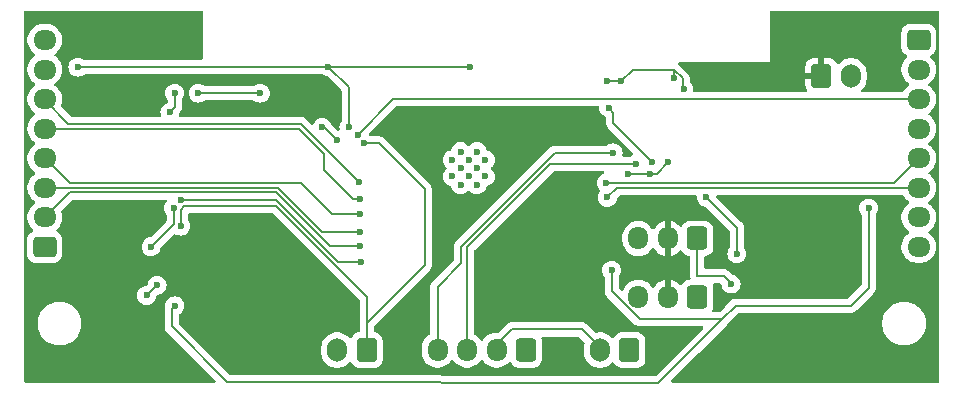
<source format=gbr>
%TF.GenerationSoftware,KiCad,Pcbnew,8.0.4*%
%TF.CreationDate,2025-04-19T21:17:28+05:30*%
%TF.ProjectId,Snakebot_pcb_dev,536e616b-6562-46f7-945f-7063625f6465,rev?*%
%TF.SameCoordinates,Original*%
%TF.FileFunction,Copper,L2,Bot*%
%TF.FilePolarity,Positive*%
%FSLAX46Y46*%
G04 Gerber Fmt 4.6, Leading zero omitted, Abs format (unit mm)*
G04 Created by KiCad (PCBNEW 8.0.4) date 2025-04-19 21:17:28*
%MOMM*%
%LPD*%
G01*
G04 APERTURE LIST*
G04 Aperture macros list*
%AMRoundRect*
0 Rectangle with rounded corners*
0 $1 Rounding radius*
0 $2 $3 $4 $5 $6 $7 $8 $9 X,Y pos of 4 corners*
0 Add a 4 corners polygon primitive as box body*
4,1,4,$2,$3,$4,$5,$6,$7,$8,$9,$2,$3,0*
0 Add four circle primitives for the rounded corners*
1,1,$1+$1,$2,$3*
1,1,$1+$1,$4,$5*
1,1,$1+$1,$6,$7*
1,1,$1+$1,$8,$9*
0 Add four rect primitives between the rounded corners*
20,1,$1+$1,$2,$3,$4,$5,0*
20,1,$1+$1,$4,$5,$6,$7,0*
20,1,$1+$1,$6,$7,$8,$9,0*
20,1,$1+$1,$8,$9,$2,$3,0*%
G04 Aperture macros list end*
%TA.AperFunction,ComponentPad*%
%ADD10RoundRect,0.250000X0.600000X0.750000X-0.600000X0.750000X-0.600000X-0.750000X0.600000X-0.750000X0*%
%TD*%
%TA.AperFunction,ComponentPad*%
%ADD11O,1.700000X2.000000*%
%TD*%
%TA.AperFunction,HeatsinkPad*%
%ADD12C,0.600000*%
%TD*%
%TA.AperFunction,ComponentPad*%
%ADD13RoundRect,0.250000X-0.600000X-0.750000X0.600000X-0.750000X0.600000X0.750000X-0.600000X0.750000X0*%
%TD*%
%TA.AperFunction,ComponentPad*%
%ADD14RoundRect,0.250000X0.600000X0.725000X-0.600000X0.725000X-0.600000X-0.725000X0.600000X-0.725000X0*%
%TD*%
%TA.AperFunction,ComponentPad*%
%ADD15O,1.700000X1.950000*%
%TD*%
%TA.AperFunction,ComponentPad*%
%ADD16RoundRect,0.250000X0.725000X-0.600000X0.725000X0.600000X-0.725000X0.600000X-0.725000X-0.600000X0*%
%TD*%
%TA.AperFunction,ComponentPad*%
%ADD17O,1.950000X1.700000*%
%TD*%
%TA.AperFunction,ComponentPad*%
%ADD18RoundRect,0.250000X-0.725000X0.600000X-0.725000X-0.600000X0.725000X-0.600000X0.725000X0.600000X0*%
%TD*%
%TA.AperFunction,ViaPad*%
%ADD19C,0.600000*%
%TD*%
%TA.AperFunction,Conductor*%
%ADD20C,0.200000*%
%TD*%
G04 APERTURE END LIST*
D10*
%TO.P,J5,1,Pin_1*%
%TO.N,VCC*%
X117250000Y-143750000D03*
D11*
%TO.P,J5,2,Pin_2*%
%TO.N,GND*%
X114750000Y-143750000D03*
%TD*%
D12*
%TO.P,U1,39,GND*%
%TO.N,GND*%
X124500000Y-127650000D03*
X124500000Y-129050000D03*
X125200000Y-126950000D03*
X125200000Y-128350000D03*
X125200000Y-129750000D03*
X125875000Y-127650000D03*
X125875000Y-129050000D03*
X126600000Y-126950000D03*
X126600000Y-128350000D03*
X126600000Y-129750000D03*
X127300000Y-127650000D03*
X127300000Y-129050000D03*
%TD*%
D13*
%TO.P,J2,1,Pin_1*%
%TO.N,+7.5V*%
X155750000Y-120532500D03*
D11*
%TO.P,J2,2,Pin_2*%
%TO.N,GND*%
X158250000Y-120532500D03*
%TD*%
D14*
%TO.P,J4,1,Pin_1*%
%TO.N,GND*%
X145250000Y-134300000D03*
D15*
%TO.P,J4,2,Pin_2*%
%TO.N,+7.5V*%
X142750000Y-134300000D03*
%TO.P,J4,3,Pin_3*%
%TO.N,MOTOR_V*%
X140250000Y-134300000D03*
%TD*%
D16*
%TO.P,J8,1,Pin_1*%
%TO.N,+3.3V*%
X90000000Y-135000000D03*
D17*
%TO.P,J8,2,Pin_2*%
%TO.N,IO27*%
X90000000Y-132500000D03*
%TO.P,J8,3,Pin_3*%
%TO.N,IO26*%
X90000000Y-130000000D03*
%TO.P,J8,4,Pin_4*%
%TO.N,IO25*%
X90000000Y-127500000D03*
%TO.P,J8,5,Pin_5*%
%TO.N,IO33*%
X90000000Y-125000000D03*
%TO.P,J8,6,Pin_6*%
%TO.N,IO32*%
X90000000Y-122500000D03*
%TO.P,J8,7,Pin_7*%
%TO.N,EN*%
X90000000Y-120000000D03*
%TO.P,J8,8,Pin_8*%
%TO.N,GND*%
X90000000Y-117500000D03*
%TD*%
D14*
%TO.P,J3,1,Pin_1*%
%TO.N,GND*%
X145250000Y-139250000D03*
D15*
%TO.P,J3,2,Pin_2*%
%TO.N,+7.5V*%
X142750000Y-139250000D03*
%TO.P,J3,3,Pin_3*%
%TO.N,MOTOR_H*%
X140250000Y-139250000D03*
%TD*%
D14*
%TO.P,J1,1,Pin_1*%
%TO.N,+5V*%
X130750000Y-143750000D03*
D15*
%TO.P,J1,2,Pin_2*%
%TO.N,GND*%
X128250000Y-143750000D03*
%TO.P,J1,3,Pin_3*%
%TO.N,TX*%
X125750000Y-143750000D03*
%TO.P,J1,4,Pin_4*%
%TO.N,RX*%
X123250000Y-143750000D03*
%TD*%
D10*
%TO.P,J6,1,Pin_1*%
%TO.N,VCC*%
X139500000Y-143750000D03*
D11*
%TO.P,J6,2,Pin_2*%
%TO.N,GND*%
X137000000Y-143750000D03*
%TD*%
D18*
%TO.P,J7,1,Pin_1*%
%TO.N,GND*%
X164000000Y-117500000D03*
D17*
%TO.P,J7,2,Pin_2*%
X164000000Y-120000000D03*
%TO.P,J7,3,Pin_3*%
%TO.N,EN*%
X164000000Y-122500000D03*
%TO.P,J7,4,Pin_4*%
%TO.N,BOOT*%
X164000000Y-125000000D03*
%TO.P,J7,5,Pin_5*%
%TO.N,RX2*%
X164000000Y-127500000D03*
%TO.P,J7,6,Pin_6*%
%TO.N,TX2*%
X164000000Y-130000000D03*
%TO.P,J7,7,Pin_7*%
%TO.N,+3.3V*%
X164000000Y-132500000D03*
%TO.P,J7,8,Pin_8*%
X164000000Y-135000000D03*
%TD*%
D19*
%TO.N,GND*%
X101000000Y-122000000D03*
X138800000Y-121000000D03*
X98631985Y-139118015D03*
X114750000Y-126000000D03*
X113500000Y-124900000D03*
X137600000Y-121000000D03*
X99000000Y-135000000D03*
X148100735Y-138149265D03*
X100911320Y-131732525D03*
X99500000Y-138250000D03*
X100600000Y-123600000D03*
X144082605Y-121614453D03*
X143250000Y-120750000D03*
%TO.N,VCC*%
X117000000Y-126250000D03*
X101500000Y-133250000D03*
%TO.N,Net-(U3-BST)*%
X101500000Y-131000000D03*
X116750000Y-136250000D03*
%TO.N,+3.3V*%
X115750000Y-124900000D03*
X92800000Y-119800000D03*
X114000000Y-119750000D03*
X126000000Y-119750000D03*
X148600000Y-135600000D03*
X146000000Y-130800000D03*
%TO.N,+7.5V*%
X95500000Y-139250000D03*
X106500000Y-135250000D03*
%TO.N,EN*%
X103000000Y-122000000D03*
X116500000Y-125500000D03*
X108250000Y-122000000D03*
%TO.N,RX*%
X138125000Y-127050000D03*
%TO.N,BOOT*%
X159750000Y-131750000D03*
X101000000Y-140000000D03*
X138000000Y-137000000D03*
%TO.N,TX*%
X140075000Y-128000000D03*
%TO.N,RX2*%
X137550000Y-129600000D03*
%TO.N,TX2*%
X137625000Y-130825000D03*
%TO.N,IO32*%
X116600000Y-129525000D03*
%TO.N,IO33*%
X116650000Y-130950000D03*
%TO.N,IO27*%
X116700000Y-134975000D03*
%TO.N,IO26*%
X116650000Y-133725000D03*
%TO.N,IO25*%
X116650000Y-132225000D03*
%TO.N,SCL*%
X141400000Y-127800000D03*
X137750000Y-123250000D03*
%TO.N,SDA*%
X139400000Y-128800000D03*
X141276500Y-128800000D03*
X142800000Y-127800000D03*
%TD*%
D20*
%TO.N,GND*%
X101000000Y-122000000D02*
X101000000Y-123200000D01*
X148100735Y-138100735D02*
X147500000Y-137500000D01*
X113500000Y-124900000D02*
X113650000Y-124900000D01*
X148100735Y-138149265D02*
X148100735Y-138100735D01*
X143250000Y-120000000D02*
X144000000Y-120750000D01*
X99500000Y-138250000D02*
X98631985Y-139118015D01*
X100911320Y-131732525D02*
X100911320Y-133088680D01*
X144000000Y-120750000D02*
X144000000Y-121531848D01*
X147500000Y-137500000D02*
X145290000Y-137500000D01*
X101000000Y-123200000D02*
X100600000Y-123600000D01*
X135475000Y-142000000D02*
X129525000Y-142000000D01*
X144000000Y-121531848D02*
X144082605Y-121614453D01*
X139800000Y-120000000D02*
X138800000Y-121000000D01*
X129525000Y-142000000D02*
X128250000Y-143275000D01*
X145250000Y-137460000D02*
X145250000Y-134300000D01*
X136750000Y-143275000D02*
X135475000Y-142000000D01*
X143250000Y-120000000D02*
X139800000Y-120000000D01*
X145290000Y-137500000D02*
X145250000Y-137460000D01*
X143250000Y-120750000D02*
X143250000Y-120000000D01*
X100911320Y-133088680D02*
X99000000Y-135000000D01*
X113650000Y-124900000D02*
X114750000Y-126000000D01*
X137600000Y-121000000D02*
X138800000Y-121000000D01*
%TO.N,VCC*%
X111250000Y-133250000D02*
X111277942Y-133250000D01*
X101500000Y-133250000D02*
X101500000Y-131848529D01*
X117250000Y-139222058D02*
X117250000Y-141467500D01*
X122150000Y-136567500D02*
X117250000Y-141467500D01*
X117000000Y-126250000D02*
X118315685Y-126250000D01*
X101799265Y-131549264D02*
X109549264Y-131549264D01*
X111277942Y-133250000D02*
X117250000Y-139222058D01*
X122150000Y-130084315D02*
X122150000Y-136567500D01*
X118315685Y-126250000D02*
X122150000Y-130084315D01*
X101500000Y-131848529D02*
X101799265Y-131549264D01*
X109549264Y-131549264D02*
X111250000Y-133250000D01*
X117250000Y-141467500D02*
X117250000Y-143750000D01*
%TO.N,Net-(U3-BST)*%
X114843628Y-136250000D02*
X116750000Y-136250000D01*
X101500000Y-131000000D02*
X109593628Y-131000000D01*
X109593628Y-131000000D02*
X114843628Y-136250000D01*
%TO.N,+3.3V*%
X115750000Y-124900000D02*
X115750000Y-121500000D01*
X148600000Y-133400000D02*
X148600000Y-135600000D01*
X115750000Y-121500000D02*
X114000000Y-119750000D01*
X95000000Y-119750000D02*
X114000000Y-119750000D01*
X146000000Y-130800000D02*
X148600000Y-133400000D01*
X94950000Y-119800000D02*
X95000000Y-119750000D01*
X114000000Y-119750000D02*
X115750000Y-119750000D01*
X115750000Y-119750000D02*
X126000000Y-119750000D01*
X92800000Y-119800000D02*
X94950000Y-119800000D01*
%TO.N,EN*%
X119500000Y-122500000D02*
X164000000Y-122500000D01*
X108250000Y-122000000D02*
X103000000Y-122000000D01*
X116500000Y-125500000D02*
X119500000Y-122500000D01*
%TO.N,RX*%
X123250000Y-138375000D02*
X123250000Y-143750000D01*
X133184314Y-127050000D02*
X125225000Y-135009314D01*
X125225000Y-136400000D02*
X123250000Y-138375000D01*
X138125000Y-127050000D02*
X133184314Y-127050000D01*
X125225000Y-135009314D02*
X125225000Y-136400000D01*
%TO.N,BOOT*%
X147375000Y-141125000D02*
X140373654Y-141125000D01*
X100750000Y-141750000D02*
X105456387Y-146456387D01*
X159750000Y-138500000D02*
X159750000Y-131750000D01*
X101000000Y-140000000D02*
X100750000Y-140250000D01*
X147375000Y-141125000D02*
X148500000Y-140000000D01*
X158250000Y-140000000D02*
X159750000Y-138500000D01*
X105456387Y-146456387D02*
X141927464Y-146572536D01*
X141927464Y-146572536D02*
X147375000Y-141125000D01*
X140373654Y-141125000D02*
X138000000Y-138751346D01*
X148500000Y-140000000D02*
X158250000Y-140000000D01*
X100750000Y-140250000D02*
X100750000Y-141750000D01*
X138000000Y-138751346D02*
X138000000Y-137000000D01*
%TO.N,TX*%
X132900000Y-128000000D02*
X132850000Y-127950000D01*
X140075000Y-128000000D02*
X132900000Y-128000000D01*
X132850000Y-127950000D02*
X125750000Y-135050000D01*
X125750000Y-135050000D02*
X125750000Y-143750000D01*
%TO.N,RX2*%
X137550000Y-129600000D02*
X161900000Y-129600000D01*
X161900000Y-129600000D02*
X164000000Y-127500000D01*
%TO.N,TX2*%
X138450000Y-130000000D02*
X164000000Y-130000000D01*
X137625000Y-130825000D02*
X138450000Y-130000000D01*
%TO.N,IO32*%
X92000000Y-124600000D02*
X90000000Y-122600000D01*
X111675000Y-124600000D02*
X116600000Y-129525000D01*
X90000000Y-122600000D02*
X90000000Y-122500000D01*
X92000000Y-124600000D02*
X111675000Y-124600000D01*
%TO.N,IO33*%
X116101471Y-130950000D02*
X116650000Y-130950000D01*
X90000000Y-125000000D02*
X111509314Y-125000000D01*
X113629657Y-128478186D02*
X116101471Y-130950000D01*
X111509314Y-125000000D02*
X113629657Y-127120343D01*
X113629657Y-127120343D02*
X113629657Y-128478186D01*
%TO.N,IO27*%
X92100000Y-130400000D02*
X109559314Y-130400000D01*
X109559314Y-130400000D02*
X114134314Y-134975000D01*
X90000000Y-132500000D02*
X92100000Y-130400000D01*
X114134314Y-134975000D02*
X116700000Y-134975000D01*
%TO.N,IO26*%
X109725000Y-130000000D02*
X113450000Y-133725000D01*
X113450000Y-133725000D02*
X116650000Y-133725000D01*
X90000000Y-130000000D02*
X109725000Y-130000000D01*
%TO.N,IO25*%
X111725000Y-129600000D02*
X114350000Y-132225000D01*
X92100000Y-129600000D02*
X111725000Y-129600000D01*
X114350000Y-132225000D02*
X116650000Y-132225000D01*
X90000000Y-127500000D02*
X92100000Y-129600000D01*
%TO.N,SCL*%
X138150000Y-123650000D02*
X137750000Y-123250000D01*
X138150000Y-124550000D02*
X138150000Y-123650000D01*
X141400000Y-127800000D02*
X138150000Y-124550000D01*
%TO.N,SDA*%
X141800000Y-128800000D02*
X142800000Y-127800000D01*
X141276500Y-128800000D02*
X141600000Y-128800000D01*
X141600000Y-128800000D02*
X141800000Y-128800000D01*
X141600000Y-128800000D02*
X139400000Y-128800000D01*
%TD*%
%TA.AperFunction,Conductor*%
%TO.N,+7.5V*%
G36*
X103343039Y-115020185D02*
G01*
X103388794Y-115072989D01*
X103400000Y-115124500D01*
X103400000Y-119025500D01*
X103380315Y-119092539D01*
X103327511Y-119138294D01*
X103276000Y-119149500D01*
X95086670Y-119149500D01*
X95086654Y-119149499D01*
X95079058Y-119149499D01*
X94920943Y-119149499D01*
X94779856Y-119187304D01*
X94779855Y-119187303D01*
X94760369Y-119192526D01*
X94760183Y-119191833D01*
X94721637Y-119199500D01*
X93382412Y-119199500D01*
X93315373Y-119179815D01*
X93305097Y-119172445D01*
X93302263Y-119170185D01*
X93302262Y-119170184D01*
X93187610Y-119098143D01*
X93149523Y-119074211D01*
X92979254Y-119014631D01*
X92979249Y-119014630D01*
X92800004Y-118994435D01*
X92799996Y-118994435D01*
X92620750Y-119014630D01*
X92620745Y-119014631D01*
X92450476Y-119074211D01*
X92297737Y-119170184D01*
X92170184Y-119297737D01*
X92074211Y-119450476D01*
X92014631Y-119620745D01*
X92014630Y-119620750D01*
X91994435Y-119799996D01*
X91994435Y-119800003D01*
X92014630Y-119979249D01*
X92014631Y-119979254D01*
X92074211Y-120149523D01*
X92138767Y-120252262D01*
X92170184Y-120302262D01*
X92297738Y-120429816D01*
X92299887Y-120431166D01*
X92438740Y-120518414D01*
X92450478Y-120525789D01*
X92607405Y-120580700D01*
X92620745Y-120585368D01*
X92620750Y-120585369D01*
X92799996Y-120605565D01*
X92800000Y-120605565D01*
X92800004Y-120605565D01*
X92979249Y-120585369D01*
X92979252Y-120585368D01*
X92979255Y-120585368D01*
X93149522Y-120525789D01*
X93302262Y-120429816D01*
X93302267Y-120429810D01*
X93305097Y-120427555D01*
X93307275Y-120426665D01*
X93308158Y-120426111D01*
X93308255Y-120426265D01*
X93369783Y-120401145D01*
X93382412Y-120400500D01*
X94863331Y-120400500D01*
X94863347Y-120400501D01*
X94870943Y-120400501D01*
X95029054Y-120400501D01*
X95029057Y-120400501D01*
X95181785Y-120359577D01*
X95181786Y-120359575D01*
X95189635Y-120357473D01*
X95189820Y-120358165D01*
X95228364Y-120350500D01*
X113417588Y-120350500D01*
X113484627Y-120370185D01*
X113494903Y-120377555D01*
X113497736Y-120379814D01*
X113497738Y-120379816D01*
X113650478Y-120475789D01*
X113820745Y-120535368D01*
X113907669Y-120545161D01*
X113972080Y-120572226D01*
X113981465Y-120580700D01*
X115113181Y-121712416D01*
X115146666Y-121773739D01*
X115149500Y-121800097D01*
X115149500Y-124317587D01*
X115129815Y-124384626D01*
X115122450Y-124394896D01*
X115120186Y-124397734D01*
X115024211Y-124550476D01*
X114964631Y-124720745D01*
X114964630Y-124720750D01*
X114944435Y-124899996D01*
X114944435Y-124900004D01*
X114961288Y-125049588D01*
X114949233Y-125118410D01*
X114901884Y-125169789D01*
X114834273Y-125187413D01*
X114767868Y-125165686D01*
X114750387Y-125151152D01*
X114286750Y-124687515D01*
X114257389Y-124640788D01*
X114254593Y-124632798D01*
X114225789Y-124550478D01*
X114222652Y-124545486D01*
X114186582Y-124488080D01*
X114129816Y-124397738D01*
X114002262Y-124270184D01*
X113969985Y-124249903D01*
X113849523Y-124174211D01*
X113679254Y-124114631D01*
X113679249Y-124114630D01*
X113500004Y-124094435D01*
X113499996Y-124094435D01*
X113320750Y-124114630D01*
X113320745Y-124114631D01*
X113150476Y-124174211D01*
X112997737Y-124270184D01*
X112870184Y-124397737D01*
X112774209Y-124550480D01*
X112761755Y-124586072D01*
X112721034Y-124642848D01*
X112656081Y-124668595D01*
X112587519Y-124655139D01*
X112557033Y-124632798D01*
X112162590Y-124238355D01*
X112162588Y-124238352D01*
X112043717Y-124119481D01*
X112043716Y-124119480D01*
X111933012Y-124055565D01*
X111933010Y-124055564D01*
X111906785Y-124040423D01*
X111906784Y-124040422D01*
X111906783Y-124040422D01*
X111850881Y-124025443D01*
X111754057Y-123999499D01*
X111595943Y-123999499D01*
X111588347Y-123999499D01*
X111588331Y-123999500D01*
X101483063Y-123999500D01*
X101416024Y-123979815D01*
X101370269Y-123927011D01*
X101360325Y-123857853D01*
X101366021Y-123834546D01*
X101379862Y-123794989D01*
X101385368Y-123779255D01*
X101395161Y-123692331D01*
X101422226Y-123627921D01*
X101430701Y-123618535D01*
X101480517Y-123568719D01*
X101480517Y-123568718D01*
X101480520Y-123568716D01*
X101559577Y-123431784D01*
X101596100Y-123295477D01*
X101600500Y-123279058D01*
X101600500Y-123120943D01*
X101600500Y-122582412D01*
X101620185Y-122515373D01*
X101627555Y-122505097D01*
X101629810Y-122502267D01*
X101629816Y-122502262D01*
X101725789Y-122349522D01*
X101785368Y-122179255D01*
X101805565Y-122000000D01*
X101805565Y-121999996D01*
X102194435Y-121999996D01*
X102194435Y-122000003D01*
X102214630Y-122179249D01*
X102214631Y-122179254D01*
X102274211Y-122349523D01*
X102301978Y-122393713D01*
X102370184Y-122502262D01*
X102497738Y-122629816D01*
X102650478Y-122725789D01*
X102820745Y-122785368D01*
X102820750Y-122785369D01*
X102999996Y-122805565D01*
X103000000Y-122805565D01*
X103000004Y-122805565D01*
X103179249Y-122785369D01*
X103179252Y-122785368D01*
X103179255Y-122785368D01*
X103349522Y-122725789D01*
X103502262Y-122629816D01*
X103502267Y-122629810D01*
X103505097Y-122627555D01*
X103507275Y-122626665D01*
X103508158Y-122626111D01*
X103508255Y-122626265D01*
X103569783Y-122601145D01*
X103582412Y-122600500D01*
X107667588Y-122600500D01*
X107734627Y-122620185D01*
X107744903Y-122627555D01*
X107747736Y-122629814D01*
X107747738Y-122629816D01*
X107900478Y-122725789D01*
X108070745Y-122785368D01*
X108070750Y-122785369D01*
X108249996Y-122805565D01*
X108250000Y-122805565D01*
X108250004Y-122805565D01*
X108429249Y-122785369D01*
X108429252Y-122785368D01*
X108429255Y-122785368D01*
X108599522Y-122725789D01*
X108752262Y-122629816D01*
X108879816Y-122502262D01*
X108975789Y-122349522D01*
X109035368Y-122179255D01*
X109055565Y-122000000D01*
X109053490Y-121981588D01*
X109035369Y-121820750D01*
X109035368Y-121820745D01*
X109013361Y-121757853D01*
X108975789Y-121650478D01*
X108953150Y-121614449D01*
X108913736Y-121551721D01*
X108879816Y-121497738D01*
X108752262Y-121370184D01*
X108720647Y-121350319D01*
X108599523Y-121274211D01*
X108429254Y-121214631D01*
X108429249Y-121214630D01*
X108250004Y-121194435D01*
X108249996Y-121194435D01*
X108070750Y-121214630D01*
X108070745Y-121214631D01*
X107900476Y-121274211D01*
X107747736Y-121370185D01*
X107744903Y-121372445D01*
X107742724Y-121373334D01*
X107741842Y-121373889D01*
X107741744Y-121373734D01*
X107680217Y-121398855D01*
X107667588Y-121399500D01*
X103582412Y-121399500D01*
X103515373Y-121379815D01*
X103505097Y-121372445D01*
X103502263Y-121370185D01*
X103502262Y-121370184D01*
X103442266Y-121332486D01*
X103349523Y-121274211D01*
X103179254Y-121214631D01*
X103179249Y-121214630D01*
X103000004Y-121194435D01*
X102999996Y-121194435D01*
X102820750Y-121214630D01*
X102820745Y-121214631D01*
X102650476Y-121274211D01*
X102497737Y-121370184D01*
X102370184Y-121497737D01*
X102274211Y-121650476D01*
X102214631Y-121820745D01*
X102214630Y-121820750D01*
X102194435Y-121999996D01*
X101805565Y-121999996D01*
X101803490Y-121981588D01*
X101785369Y-121820750D01*
X101785368Y-121820745D01*
X101763361Y-121757853D01*
X101725789Y-121650478D01*
X101703150Y-121614449D01*
X101663736Y-121551721D01*
X101629816Y-121497738D01*
X101502262Y-121370184D01*
X101470647Y-121350319D01*
X101349523Y-121274211D01*
X101179254Y-121214631D01*
X101179249Y-121214630D01*
X101000004Y-121194435D01*
X100999996Y-121194435D01*
X100820750Y-121214630D01*
X100820745Y-121214631D01*
X100650476Y-121274211D01*
X100497737Y-121370184D01*
X100370184Y-121497737D01*
X100274211Y-121650476D01*
X100214631Y-121820745D01*
X100214630Y-121820750D01*
X100194435Y-121999996D01*
X100194435Y-122000003D01*
X100214630Y-122179249D01*
X100214631Y-122179254D01*
X100274211Y-122349523D01*
X100370185Y-122502263D01*
X100372445Y-122505097D01*
X100373334Y-122507275D01*
X100373889Y-122508158D01*
X100373734Y-122508255D01*
X100398855Y-122569783D01*
X100399500Y-122582412D01*
X100399500Y-122734083D01*
X100379815Y-122801122D01*
X100327011Y-122846877D01*
X100316456Y-122851124D01*
X100250476Y-122874211D01*
X100250475Y-122874212D01*
X100097737Y-122970184D01*
X99970184Y-123097737D01*
X99874211Y-123250476D01*
X99814631Y-123420745D01*
X99814630Y-123420750D01*
X99794435Y-123599996D01*
X99794435Y-123600003D01*
X99814630Y-123779249D01*
X99814633Y-123779262D01*
X99833978Y-123834545D01*
X99837540Y-123904324D01*
X99802812Y-123964951D01*
X99740818Y-123997179D01*
X99716937Y-123999500D01*
X92300097Y-123999500D01*
X92233058Y-123979815D01*
X92212416Y-123963181D01*
X91403244Y-123154009D01*
X91369759Y-123092686D01*
X91374743Y-123022994D01*
X91376371Y-123018859D01*
X91376549Y-123018427D01*
X91376557Y-123018412D01*
X91442246Y-122816243D01*
X91475500Y-122606287D01*
X91475500Y-122393713D01*
X91442246Y-122183757D01*
X91376557Y-121981588D01*
X91280051Y-121792184D01*
X91280049Y-121792181D01*
X91280048Y-121792179D01*
X91155109Y-121620213D01*
X91004792Y-121469896D01*
X91004784Y-121469890D01*
X90840204Y-121350316D01*
X90797540Y-121294989D01*
X90791561Y-121225376D01*
X90824166Y-121163580D01*
X90840199Y-121149686D01*
X91004792Y-121030104D01*
X91155104Y-120879792D01*
X91155106Y-120879788D01*
X91155109Y-120879786D01*
X91280048Y-120707820D01*
X91280047Y-120707820D01*
X91280051Y-120707816D01*
X91376557Y-120518412D01*
X91442246Y-120316243D01*
X91475500Y-120106287D01*
X91475500Y-119893713D01*
X91442246Y-119683757D01*
X91376557Y-119481588D01*
X91280051Y-119292184D01*
X91280049Y-119292181D01*
X91280048Y-119292179D01*
X91155109Y-119120213D01*
X91004792Y-118969896D01*
X91004784Y-118969890D01*
X90840204Y-118850316D01*
X90797540Y-118794989D01*
X90791561Y-118725376D01*
X90824166Y-118663580D01*
X90840199Y-118649686D01*
X91004792Y-118530104D01*
X91155104Y-118379792D01*
X91155106Y-118379788D01*
X91155109Y-118379786D01*
X91280048Y-118207820D01*
X91280047Y-118207820D01*
X91280051Y-118207816D01*
X91376557Y-118018412D01*
X91442246Y-117816243D01*
X91475500Y-117606287D01*
X91475500Y-117393713D01*
X91442246Y-117183757D01*
X91376557Y-116981588D01*
X91280051Y-116792184D01*
X91280049Y-116792181D01*
X91280048Y-116792179D01*
X91155109Y-116620213D01*
X91004786Y-116469890D01*
X90832820Y-116344951D01*
X90643414Y-116248444D01*
X90643413Y-116248443D01*
X90643412Y-116248443D01*
X90441243Y-116182754D01*
X90441241Y-116182753D01*
X90441240Y-116182753D01*
X90279957Y-116157208D01*
X90231287Y-116149500D01*
X89768713Y-116149500D01*
X89720042Y-116157208D01*
X89558760Y-116182753D01*
X89356585Y-116248444D01*
X89167179Y-116344951D01*
X88995213Y-116469890D01*
X88844890Y-116620213D01*
X88719951Y-116792179D01*
X88623444Y-116981585D01*
X88557753Y-117183760D01*
X88524500Y-117393713D01*
X88524500Y-117606286D01*
X88557753Y-117816239D01*
X88623444Y-118018414D01*
X88719951Y-118207820D01*
X88844890Y-118379786D01*
X88995209Y-118530105D01*
X88995214Y-118530109D01*
X89159793Y-118649682D01*
X89202459Y-118705011D01*
X89208438Y-118774625D01*
X89175833Y-118836420D01*
X89159793Y-118850318D01*
X88995214Y-118969890D01*
X88995209Y-118969894D01*
X88844890Y-119120213D01*
X88719951Y-119292179D01*
X88623444Y-119481585D01*
X88557753Y-119683760D01*
X88524500Y-119893713D01*
X88524500Y-120106286D01*
X88555539Y-120302262D01*
X88557754Y-120316243D01*
X88623380Y-120518219D01*
X88623444Y-120518414D01*
X88719951Y-120707820D01*
X88844890Y-120879786D01*
X88995209Y-121030105D01*
X88995214Y-121030109D01*
X89159793Y-121149682D01*
X89202459Y-121205011D01*
X89208438Y-121274625D01*
X89175833Y-121336420D01*
X89159793Y-121350318D01*
X88995214Y-121469890D01*
X88995209Y-121469894D01*
X88844890Y-121620213D01*
X88719951Y-121792179D01*
X88623444Y-121981585D01*
X88557753Y-122183760D01*
X88531499Y-122349522D01*
X88524500Y-122393713D01*
X88524500Y-122606287D01*
X88528227Y-122629816D01*
X88556062Y-122805565D01*
X88557754Y-122816243D01*
X88576589Y-122874212D01*
X88623444Y-123018414D01*
X88719951Y-123207820D01*
X88844890Y-123379786D01*
X88995209Y-123530105D01*
X88995214Y-123530109D01*
X89159793Y-123649682D01*
X89202459Y-123705011D01*
X89208438Y-123774625D01*
X89175833Y-123836420D01*
X89159793Y-123850318D01*
X88995214Y-123969890D01*
X88995209Y-123969894D01*
X88844890Y-124120213D01*
X88719951Y-124292179D01*
X88623444Y-124481585D01*
X88623443Y-124481587D01*
X88623443Y-124481588D01*
X88616286Y-124503614D01*
X88557753Y-124683760D01*
X88542227Y-124781787D01*
X88524500Y-124893713D01*
X88524500Y-125106287D01*
X88557754Y-125316243D01*
X88562814Y-125331817D01*
X88623444Y-125518414D01*
X88719951Y-125707820D01*
X88844890Y-125879786D01*
X88995209Y-126030105D01*
X88995214Y-126030109D01*
X89159793Y-126149682D01*
X89202459Y-126205011D01*
X89208438Y-126274625D01*
X89175833Y-126336420D01*
X89159793Y-126350318D01*
X88995214Y-126469890D01*
X88995209Y-126469894D01*
X88844890Y-126620213D01*
X88719951Y-126792179D01*
X88623444Y-126981585D01*
X88557753Y-127183760D01*
X88524500Y-127393713D01*
X88524500Y-127606286D01*
X88557753Y-127816239D01*
X88557753Y-127816241D01*
X88557754Y-127816243D01*
X88617305Y-127999522D01*
X88623444Y-128018414D01*
X88719951Y-128207820D01*
X88844890Y-128379786D01*
X88995209Y-128530105D01*
X88995214Y-128530109D01*
X89159793Y-128649682D01*
X89202459Y-128705011D01*
X89208438Y-128774625D01*
X89175833Y-128836420D01*
X89159793Y-128850318D01*
X88995214Y-128969890D01*
X88995209Y-128969894D01*
X88844890Y-129120213D01*
X88719951Y-129292179D01*
X88623444Y-129481585D01*
X88557753Y-129683760D01*
X88524500Y-129893713D01*
X88524500Y-130106286D01*
X88557564Y-130315047D01*
X88557754Y-130316243D01*
X88609492Y-130475476D01*
X88623444Y-130518414D01*
X88719951Y-130707820D01*
X88844890Y-130879786D01*
X88995209Y-131030105D01*
X88995214Y-131030109D01*
X89159793Y-131149682D01*
X89202459Y-131205011D01*
X89208438Y-131274625D01*
X89175833Y-131336420D01*
X89159793Y-131350318D01*
X88995214Y-131469890D01*
X88995209Y-131469894D01*
X88844890Y-131620213D01*
X88719951Y-131792179D01*
X88623444Y-131981585D01*
X88557753Y-132183760D01*
X88524500Y-132393713D01*
X88524500Y-132606286D01*
X88552738Y-132784577D01*
X88557754Y-132816243D01*
X88617204Y-132999211D01*
X88623444Y-133018414D01*
X88719951Y-133207820D01*
X88844890Y-133379786D01*
X88983705Y-133518601D01*
X89017190Y-133579924D01*
X89012206Y-133649616D01*
X88970334Y-133705549D01*
X88961121Y-133711821D01*
X88806342Y-133807289D01*
X88682289Y-133931342D01*
X88590187Y-134080663D01*
X88590186Y-134080666D01*
X88535001Y-134247203D01*
X88535001Y-134247204D01*
X88535000Y-134247204D01*
X88524500Y-134349983D01*
X88524500Y-135650001D01*
X88524501Y-135650018D01*
X88535000Y-135752796D01*
X88535001Y-135752799D01*
X88568123Y-135852753D01*
X88590186Y-135919334D01*
X88682288Y-136068656D01*
X88806344Y-136192712D01*
X88955666Y-136284814D01*
X89122203Y-136339999D01*
X89224991Y-136350500D01*
X90775008Y-136350499D01*
X90877797Y-136339999D01*
X91044334Y-136284814D01*
X91193656Y-136192712D01*
X91317712Y-136068656D01*
X91409814Y-135919334D01*
X91464999Y-135752797D01*
X91475500Y-135650009D01*
X91475499Y-134349992D01*
X91464999Y-134247203D01*
X91409814Y-134080666D01*
X91317712Y-133931344D01*
X91193656Y-133807288D01*
X91044334Y-133715186D01*
X91044333Y-133715185D01*
X91038878Y-133711821D01*
X90992154Y-133659873D01*
X90980931Y-133590910D01*
X91008775Y-133526828D01*
X91016272Y-133518623D01*
X91155104Y-133379792D01*
X91280051Y-133207816D01*
X91376557Y-133018412D01*
X91442246Y-132816243D01*
X91475500Y-132606287D01*
X91475500Y-132393713D01*
X91442246Y-132183757D01*
X91397851Y-132047126D01*
X91395857Y-131977290D01*
X91428100Y-131921133D01*
X92312416Y-131036819D01*
X92373739Y-131003334D01*
X92400097Y-131000500D01*
X100211905Y-131000500D01*
X100278944Y-131020185D01*
X100324699Y-131072989D01*
X100334643Y-131142147D01*
X100305618Y-131205703D01*
X100299586Y-131212181D01*
X100281504Y-131230262D01*
X100185531Y-131383001D01*
X100125951Y-131553270D01*
X100125950Y-131553275D01*
X100105755Y-131732521D01*
X100105755Y-131732528D01*
X100125950Y-131911774D01*
X100125951Y-131911779D01*
X100185531Y-132082048D01*
X100228080Y-132149764D01*
X100275356Y-132225003D01*
X100281505Y-132234788D01*
X100283765Y-132237622D01*
X100284654Y-132239800D01*
X100285209Y-132240683D01*
X100285054Y-132240780D01*
X100310175Y-132302308D01*
X100310820Y-132314937D01*
X100310820Y-132788582D01*
X100291135Y-132855621D01*
X100274501Y-132876263D01*
X98981465Y-134169298D01*
X98920142Y-134202783D01*
X98907668Y-134204837D01*
X98820750Y-134214630D01*
X98650478Y-134274210D01*
X98497737Y-134370184D01*
X98370184Y-134497737D01*
X98274211Y-134650476D01*
X98214631Y-134820745D01*
X98214630Y-134820750D01*
X98194435Y-134999996D01*
X98194435Y-135000003D01*
X98214630Y-135179249D01*
X98214631Y-135179254D01*
X98274211Y-135349523D01*
X98354475Y-135477262D01*
X98370184Y-135502262D01*
X98497738Y-135629816D01*
X98569934Y-135675180D01*
X98621880Y-135707820D01*
X98650478Y-135725789D01*
X98762531Y-135764998D01*
X98820745Y-135785368D01*
X98820750Y-135785369D01*
X98999996Y-135805565D01*
X99000000Y-135805565D01*
X99000004Y-135805565D01*
X99179249Y-135785369D01*
X99179252Y-135785368D01*
X99179255Y-135785368D01*
X99349522Y-135725789D01*
X99502262Y-135629816D01*
X99629816Y-135502262D01*
X99725789Y-135349522D01*
X99785368Y-135179255D01*
X99795161Y-135092329D01*
X99822226Y-135027918D01*
X99830690Y-135018543D01*
X100910424Y-133938809D01*
X100971745Y-133905326D01*
X101041437Y-133910310D01*
X101064076Y-133921499D01*
X101150475Y-133975788D01*
X101320745Y-134035368D01*
X101320750Y-134035369D01*
X101499996Y-134055565D01*
X101500000Y-134055565D01*
X101500004Y-134055565D01*
X101679249Y-134035369D01*
X101679252Y-134035368D01*
X101679255Y-134035368D01*
X101849522Y-133975789D01*
X102002262Y-133879816D01*
X102129816Y-133752262D01*
X102225789Y-133599522D01*
X102285368Y-133429255D01*
X102291427Y-133375478D01*
X102305565Y-133250003D01*
X102305565Y-133249996D01*
X102285369Y-133070750D01*
X102285368Y-133070745D01*
X102267594Y-133019949D01*
X102225789Y-132900478D01*
X102219321Y-132890185D01*
X102178049Y-132824500D01*
X102129816Y-132747738D01*
X102129814Y-132747736D01*
X102129813Y-132747734D01*
X102127550Y-132744896D01*
X102126659Y-132742715D01*
X102126111Y-132741842D01*
X102126264Y-132741745D01*
X102101144Y-132680209D01*
X102100500Y-132667587D01*
X102100500Y-132273764D01*
X102120185Y-132206725D01*
X102172989Y-132160970D01*
X102224500Y-132149764D01*
X109249167Y-132149764D01*
X109316206Y-132169449D01*
X109336848Y-132186083D01*
X110765139Y-133614374D01*
X110765149Y-133614385D01*
X110881285Y-133730521D01*
X110905131Y-133744288D01*
X110933261Y-133760529D01*
X110958941Y-133780234D01*
X116613181Y-139434474D01*
X116646666Y-139495797D01*
X116649500Y-139522155D01*
X116649500Y-141380830D01*
X116649499Y-141380848D01*
X116649499Y-141556546D01*
X116649500Y-141556559D01*
X116649500Y-142132465D01*
X116629815Y-142199504D01*
X116577011Y-142245259D01*
X116538102Y-142255823D01*
X116497202Y-142260001D01*
X116497200Y-142260001D01*
X116330668Y-142315185D01*
X116330663Y-142315187D01*
X116181342Y-142407289D01*
X116057289Y-142531342D01*
X115961821Y-142686121D01*
X115909873Y-142732845D01*
X115840910Y-142744068D01*
X115776828Y-142716224D01*
X115768601Y-142708705D01*
X115629786Y-142569890D01*
X115457820Y-142444951D01*
X115268414Y-142348444D01*
X115268413Y-142348443D01*
X115268412Y-142348443D01*
X115066243Y-142282754D01*
X115066241Y-142282753D01*
X115066240Y-142282753D01*
X114904957Y-142257208D01*
X114856287Y-142249500D01*
X114643713Y-142249500D01*
X114595042Y-142257208D01*
X114433760Y-142282753D01*
X114231585Y-142348444D01*
X114042179Y-142444951D01*
X113870213Y-142569890D01*
X113719890Y-142720213D01*
X113594951Y-142892179D01*
X113498444Y-143081585D01*
X113432753Y-143283760D01*
X113399500Y-143493713D01*
X113399500Y-144006286D01*
X113432753Y-144216239D01*
X113498444Y-144418414D01*
X113594951Y-144607820D01*
X113719890Y-144779786D01*
X113870213Y-144930109D01*
X114042179Y-145055048D01*
X114042181Y-145055049D01*
X114042184Y-145055051D01*
X114231588Y-145151557D01*
X114433757Y-145217246D01*
X114643713Y-145250500D01*
X114643714Y-145250500D01*
X114856286Y-145250500D01*
X114856287Y-145250500D01*
X115066243Y-145217246D01*
X115268412Y-145151557D01*
X115457816Y-145055051D01*
X115629792Y-144930104D01*
X115768604Y-144791291D01*
X115829923Y-144757809D01*
X115899615Y-144762793D01*
X115955549Y-144804664D01*
X115961821Y-144813878D01*
X115965185Y-144819333D01*
X115965186Y-144819334D01*
X116057288Y-144968656D01*
X116181344Y-145092712D01*
X116330666Y-145184814D01*
X116497203Y-145239999D01*
X116599991Y-145250500D01*
X117900008Y-145250499D01*
X118002797Y-145239999D01*
X118169334Y-145184814D01*
X118318656Y-145092712D01*
X118442712Y-144968656D01*
X118534814Y-144819334D01*
X118589999Y-144652797D01*
X118600500Y-144550009D01*
X118600499Y-142949992D01*
X118589999Y-142847203D01*
X118534814Y-142680666D01*
X118442712Y-142531344D01*
X118318656Y-142407288D01*
X118223253Y-142348443D01*
X118169336Y-142315187D01*
X118169331Y-142315185D01*
X118167862Y-142314698D01*
X118002797Y-142260001D01*
X118002795Y-142260000D01*
X117961896Y-142255822D01*
X117897205Y-142229425D01*
X117857054Y-142172244D01*
X117850500Y-142132464D01*
X117850500Y-141767596D01*
X117870185Y-141700557D01*
X117886814Y-141679920D01*
X122508506Y-137058227D01*
X122508511Y-137058224D01*
X122518714Y-137048020D01*
X122518716Y-137048020D01*
X122630520Y-136936216D01*
X122709577Y-136799284D01*
X122740325Y-136684530D01*
X122750500Y-136646558D01*
X122750500Y-136488443D01*
X122750500Y-130005258D01*
X122738248Y-129959530D01*
X122709577Y-129852530D01*
X122701549Y-129838626D01*
X122667271Y-129779255D01*
X122660898Y-129768216D01*
X122630520Y-129715599D01*
X122518716Y-129603795D01*
X122518715Y-129603794D01*
X122514385Y-129599464D01*
X122514374Y-129599454D01*
X120564916Y-127649996D01*
X123694435Y-127649996D01*
X123694435Y-127650003D01*
X123714630Y-127829249D01*
X123714631Y-127829254D01*
X123774211Y-127999523D01*
X123870184Y-128152262D01*
X123980241Y-128262319D01*
X124013726Y-128323642D01*
X124008742Y-128393334D01*
X123980241Y-128437681D01*
X123870184Y-128547737D01*
X123774211Y-128700476D01*
X123714631Y-128870745D01*
X123714630Y-128870750D01*
X123694435Y-129049996D01*
X123694435Y-129050003D01*
X123714630Y-129229249D01*
X123714631Y-129229254D01*
X123774211Y-129399523D01*
X123853052Y-129524996D01*
X123870184Y-129552262D01*
X123997738Y-129679816D01*
X124054686Y-129715599D01*
X124138425Y-129768216D01*
X124150478Y-129775789D01*
X124320745Y-129835368D01*
X124320754Y-129835369D01*
X124321207Y-129835473D01*
X124321477Y-129835624D01*
X124327318Y-129837668D01*
X124326960Y-129838690D01*
X124382191Y-129869573D01*
X124411377Y-129923017D01*
X124412333Y-129922683D01*
X124414362Y-129928483D01*
X124414523Y-129928777D01*
X124414631Y-129929250D01*
X124414632Y-129929255D01*
X124441225Y-130005254D01*
X124474210Y-130099521D01*
X124563270Y-130241258D01*
X124570184Y-130252262D01*
X124697738Y-130379816D01*
X124749247Y-130412181D01*
X124849979Y-130475476D01*
X124850478Y-130475789D01*
X124972288Y-130518412D01*
X125020745Y-130535368D01*
X125020750Y-130535369D01*
X125199996Y-130555565D01*
X125200000Y-130555565D01*
X125200004Y-130555565D01*
X125379249Y-130535369D01*
X125379252Y-130535368D01*
X125379255Y-130535368D01*
X125549522Y-130475789D01*
X125702262Y-130379816D01*
X125812319Y-130269759D01*
X125873642Y-130236274D01*
X125943334Y-130241258D01*
X125987681Y-130269759D01*
X126097738Y-130379816D01*
X126149247Y-130412181D01*
X126249979Y-130475476D01*
X126250478Y-130475789D01*
X126372288Y-130518412D01*
X126420745Y-130535368D01*
X126420750Y-130535369D01*
X126599996Y-130555565D01*
X126600000Y-130555565D01*
X126600004Y-130555565D01*
X126779249Y-130535369D01*
X126779252Y-130535368D01*
X126779255Y-130535368D01*
X126949522Y-130475789D01*
X127102262Y-130379816D01*
X127229816Y-130252262D01*
X127325789Y-130099522D01*
X127385368Y-129929255D01*
X127385369Y-129929243D01*
X127385473Y-129928793D01*
X127385624Y-129928522D01*
X127387668Y-129922682D01*
X127388690Y-129923039D01*
X127419573Y-129867809D01*
X127473017Y-129838626D01*
X127472682Y-129837668D01*
X127478504Y-129835630D01*
X127478793Y-129835473D01*
X127479243Y-129835369D01*
X127479255Y-129835368D01*
X127649522Y-129775789D01*
X127802262Y-129679816D01*
X127929816Y-129552262D01*
X128025789Y-129399522D01*
X128085368Y-129229255D01*
X128091427Y-129175478D01*
X128105565Y-129050003D01*
X128105565Y-129049996D01*
X128085369Y-128870750D01*
X128085368Y-128870745D01*
X128043117Y-128750000D01*
X128025789Y-128700478D01*
X128008516Y-128672989D01*
X127975689Y-128620745D01*
X127929816Y-128547738D01*
X127819759Y-128437681D01*
X127786274Y-128376358D01*
X127791258Y-128306666D01*
X127819759Y-128262319D01*
X127874262Y-128207816D01*
X127929816Y-128152262D01*
X128025789Y-127999522D01*
X128085368Y-127829255D01*
X128086834Y-127816243D01*
X128105565Y-127650003D01*
X128105565Y-127649996D01*
X128085369Y-127470750D01*
X128085368Y-127470745D01*
X128078276Y-127450476D01*
X128025789Y-127300478D01*
X128024067Y-127297738D01*
X127952448Y-127183757D01*
X127929816Y-127147738D01*
X127802262Y-127020184D01*
X127793423Y-127014630D01*
X127649521Y-126924210D01*
X127570437Y-126896538D01*
X127479255Y-126864632D01*
X127479251Y-126864631D01*
X127479250Y-126864631D01*
X127478777Y-126864523D01*
X127478501Y-126864369D01*
X127472683Y-126862333D01*
X127473039Y-126861313D01*
X127417798Y-126830416D01*
X127388626Y-126776982D01*
X127387668Y-126777318D01*
X127385630Y-126771496D01*
X127385473Y-126771207D01*
X127385369Y-126770754D01*
X127385368Y-126770745D01*
X127325789Y-126600478D01*
X127325188Y-126599522D01*
X127243739Y-126469896D01*
X127229816Y-126447738D01*
X127102262Y-126320184D01*
X126949523Y-126224211D01*
X126779254Y-126164631D01*
X126779249Y-126164630D01*
X126600004Y-126144435D01*
X126599996Y-126144435D01*
X126420750Y-126164630D01*
X126420745Y-126164631D01*
X126250476Y-126224211D01*
X126097737Y-126320184D01*
X125987681Y-126430241D01*
X125926358Y-126463726D01*
X125856666Y-126458742D01*
X125812319Y-126430241D01*
X125702262Y-126320184D01*
X125549523Y-126224211D01*
X125379254Y-126164631D01*
X125379249Y-126164630D01*
X125200004Y-126144435D01*
X125199996Y-126144435D01*
X125020750Y-126164630D01*
X125020745Y-126164631D01*
X124850476Y-126224211D01*
X124697737Y-126320184D01*
X124570184Y-126447737D01*
X124474210Y-126600478D01*
X124414628Y-126770755D01*
X124414518Y-126771241D01*
X124414360Y-126771522D01*
X124412333Y-126777317D01*
X124411317Y-126776961D01*
X124380400Y-126832215D01*
X124326984Y-126861381D01*
X124327317Y-126862333D01*
X124321541Y-126864353D01*
X124321241Y-126864518D01*
X124320755Y-126864628D01*
X124150478Y-126924210D01*
X123997737Y-127020184D01*
X123870184Y-127147737D01*
X123774211Y-127300476D01*
X123714631Y-127470745D01*
X123714630Y-127470750D01*
X123694435Y-127649996D01*
X120564916Y-127649996D01*
X118803275Y-125888355D01*
X118803273Y-125888352D01*
X118684402Y-125769481D01*
X118684401Y-125769480D01*
X118573697Y-125705565D01*
X118573695Y-125705564D01*
X118547470Y-125690423D01*
X118547469Y-125690422D01*
X118547468Y-125690422D01*
X118484612Y-125673580D01*
X118394742Y-125649499D01*
X118236628Y-125649499D01*
X118229032Y-125649499D01*
X118229016Y-125649500D01*
X117582412Y-125649500D01*
X117515373Y-125629815D01*
X117505097Y-125622445D01*
X117502263Y-125620185D01*
X117502262Y-125620184D01*
X117491703Y-125613549D01*
X117466133Y-125597482D01*
X117419842Y-125545147D01*
X117409195Y-125476094D01*
X117437570Y-125412245D01*
X117444412Y-125404821D01*
X119712417Y-123136819D01*
X119773740Y-123103334D01*
X119800098Y-123100500D01*
X136822524Y-123100500D01*
X136889563Y-123120185D01*
X136935318Y-123172989D01*
X136945744Y-123238386D01*
X136944435Y-123250001D01*
X136944435Y-123250003D01*
X136964630Y-123429249D01*
X136964631Y-123429254D01*
X137024211Y-123599523D01*
X137059102Y-123655051D01*
X137120184Y-123752262D01*
X137247738Y-123879816D01*
X137391090Y-123969890D01*
X137400478Y-123975789D01*
X137466454Y-123998875D01*
X137523230Y-124039597D01*
X137548978Y-124104549D01*
X137549500Y-124115917D01*
X137549500Y-124463330D01*
X137549499Y-124463348D01*
X137549499Y-124629054D01*
X137549498Y-124629054D01*
X137549499Y-124629057D01*
X137590423Y-124781785D01*
X137590424Y-124781787D01*
X137590423Y-124781787D01*
X137598441Y-124795673D01*
X137598442Y-124795674D01*
X137669477Y-124918712D01*
X137669481Y-124918717D01*
X137788349Y-125037585D01*
X137788355Y-125037590D01*
X139807798Y-127057033D01*
X139841283Y-127118356D01*
X139836299Y-127188048D01*
X139794427Y-127243981D01*
X139761072Y-127261755D01*
X139725480Y-127274209D01*
X139572736Y-127370185D01*
X139569903Y-127372445D01*
X139567724Y-127373334D01*
X139566842Y-127373889D01*
X139566744Y-127373734D01*
X139505217Y-127398855D01*
X139492588Y-127399500D01*
X139025559Y-127399500D01*
X138958520Y-127379815D01*
X138912765Y-127327011D01*
X138902821Y-127257853D01*
X138908517Y-127234546D01*
X138910367Y-127229257D01*
X138910368Y-127229255D01*
X138912016Y-127214632D01*
X138930565Y-127050003D01*
X138930565Y-127049996D01*
X138910369Y-126870750D01*
X138910368Y-126870745D01*
X138908131Y-126864353D01*
X138850789Y-126700478D01*
X138754816Y-126547738D01*
X138627262Y-126420184D01*
X138516073Y-126350319D01*
X138474523Y-126324211D01*
X138304254Y-126264631D01*
X138304249Y-126264630D01*
X138125004Y-126244435D01*
X138124996Y-126244435D01*
X137945750Y-126264630D01*
X137945745Y-126264631D01*
X137775476Y-126324211D01*
X137622736Y-126420185D01*
X137619903Y-126422445D01*
X137617724Y-126423334D01*
X137616842Y-126423889D01*
X137616744Y-126423734D01*
X137555217Y-126448855D01*
X137542588Y-126449500D01*
X133270984Y-126449500D01*
X133270968Y-126449499D01*
X133263372Y-126449499D01*
X133105257Y-126449499D01*
X132952529Y-126490423D01*
X132832997Y-126559435D01*
X132815595Y-126569482D01*
X124744479Y-134640598D01*
X124722209Y-134679172D01*
X124712796Y-134695477D01*
X124665423Y-134777529D01*
X124624499Y-134930257D01*
X124624499Y-134930259D01*
X124624499Y-135098360D01*
X124624500Y-135098373D01*
X124624500Y-136099902D01*
X124604815Y-136166941D01*
X124588181Y-136187583D01*
X122769481Y-138006282D01*
X122769479Y-138006285D01*
X122738713Y-138059575D01*
X122738712Y-138059577D01*
X122690423Y-138143214D01*
X122690423Y-138143215D01*
X122649499Y-138295943D01*
X122649499Y-138295945D01*
X122649499Y-138464046D01*
X122649500Y-138464059D01*
X122649500Y-142339281D01*
X122629815Y-142406320D01*
X122581795Y-142449765D01*
X122542185Y-142469947D01*
X122542184Y-142469948D01*
X122370213Y-142594890D01*
X122219890Y-142745213D01*
X122094951Y-142917179D01*
X121998444Y-143106585D01*
X121932753Y-143308760D01*
X121903460Y-143493713D01*
X121899500Y-143518713D01*
X121899500Y-143981287D01*
X121903460Y-144006287D01*
X121932753Y-144191239D01*
X121998444Y-144393414D01*
X122094951Y-144582820D01*
X122219890Y-144754786D01*
X122370213Y-144905109D01*
X122542179Y-145030048D01*
X122542181Y-145030049D01*
X122542184Y-145030051D01*
X122731588Y-145126557D01*
X122933757Y-145192246D01*
X123143713Y-145225500D01*
X123143714Y-145225500D01*
X123356286Y-145225500D01*
X123356287Y-145225500D01*
X123566243Y-145192246D01*
X123768412Y-145126557D01*
X123957816Y-145030051D01*
X123979789Y-145014086D01*
X124129786Y-144905109D01*
X124129788Y-144905106D01*
X124129792Y-144905104D01*
X124280104Y-144754792D01*
X124399683Y-144590204D01*
X124455011Y-144547540D01*
X124524624Y-144541561D01*
X124586420Y-144574166D01*
X124600313Y-144590199D01*
X124645793Y-144652797D01*
X124719896Y-144754792D01*
X124870213Y-144905109D01*
X125042179Y-145030048D01*
X125042181Y-145030049D01*
X125042184Y-145030051D01*
X125231588Y-145126557D01*
X125433757Y-145192246D01*
X125643713Y-145225500D01*
X125643714Y-145225500D01*
X125856286Y-145225500D01*
X125856287Y-145225500D01*
X126066243Y-145192246D01*
X126268412Y-145126557D01*
X126457816Y-145030051D01*
X126479789Y-145014086D01*
X126629786Y-144905109D01*
X126629788Y-144905106D01*
X126629792Y-144905104D01*
X126780104Y-144754792D01*
X126899683Y-144590204D01*
X126955011Y-144547540D01*
X127024624Y-144541561D01*
X127086420Y-144574166D01*
X127100313Y-144590199D01*
X127145793Y-144652797D01*
X127219896Y-144754792D01*
X127370213Y-144905109D01*
X127542179Y-145030048D01*
X127542181Y-145030049D01*
X127542184Y-145030051D01*
X127731588Y-145126557D01*
X127933757Y-145192246D01*
X128143713Y-145225500D01*
X128143714Y-145225500D01*
X128356286Y-145225500D01*
X128356287Y-145225500D01*
X128566243Y-145192246D01*
X128768412Y-145126557D01*
X128957816Y-145030051D01*
X129095374Y-144930110D01*
X129129784Y-144905110D01*
X129129784Y-144905109D01*
X129129792Y-144905104D01*
X129268604Y-144766291D01*
X129329923Y-144732809D01*
X129399615Y-144737793D01*
X129455549Y-144779664D01*
X129461821Y-144788878D01*
X129465185Y-144794333D01*
X129465186Y-144794334D01*
X129557288Y-144943656D01*
X129681344Y-145067712D01*
X129830666Y-145159814D01*
X129997203Y-145214999D01*
X130099991Y-145225500D01*
X131400008Y-145225499D01*
X131502797Y-145214999D01*
X131669334Y-145159814D01*
X131818656Y-145067712D01*
X131942712Y-144943656D01*
X132034814Y-144794334D01*
X132089999Y-144627797D01*
X132100500Y-144525009D01*
X132100499Y-142974992D01*
X132089999Y-142872203D01*
X132053978Y-142763501D01*
X132051577Y-142693676D01*
X132087308Y-142633634D01*
X132149828Y-142602441D01*
X132171685Y-142600500D01*
X135174903Y-142600500D01*
X135241942Y-142620185D01*
X135262584Y-142636819D01*
X135684634Y-143058869D01*
X135718119Y-143120192D01*
X135714884Y-143184868D01*
X135682754Y-143283752D01*
X135682754Y-143283755D01*
X135649500Y-143493713D01*
X135649500Y-144006286D01*
X135682753Y-144216239D01*
X135748444Y-144418414D01*
X135844951Y-144607820D01*
X135969890Y-144779786D01*
X136120213Y-144930109D01*
X136292179Y-145055048D01*
X136292181Y-145055049D01*
X136292184Y-145055051D01*
X136481588Y-145151557D01*
X136683757Y-145217246D01*
X136893713Y-145250500D01*
X136893714Y-145250500D01*
X137106286Y-145250500D01*
X137106287Y-145250500D01*
X137316243Y-145217246D01*
X137518412Y-145151557D01*
X137707816Y-145055051D01*
X137879792Y-144930104D01*
X138018604Y-144791291D01*
X138079923Y-144757809D01*
X138149615Y-144762793D01*
X138205549Y-144804664D01*
X138211821Y-144813878D01*
X138215185Y-144819333D01*
X138215186Y-144819334D01*
X138307288Y-144968656D01*
X138431344Y-145092712D01*
X138580666Y-145184814D01*
X138747203Y-145239999D01*
X138849991Y-145250500D01*
X140150008Y-145250499D01*
X140252797Y-145239999D01*
X140419334Y-145184814D01*
X140568656Y-145092712D01*
X140692712Y-144968656D01*
X140784814Y-144819334D01*
X140839999Y-144652797D01*
X140850500Y-144550009D01*
X140850499Y-142949992D01*
X140839999Y-142847203D01*
X140784814Y-142680666D01*
X140692712Y-142531344D01*
X140568656Y-142407288D01*
X140473253Y-142348443D01*
X140419336Y-142315187D01*
X140419331Y-142315185D01*
X140417862Y-142314698D01*
X140252797Y-142260001D01*
X140252795Y-142260000D01*
X140150010Y-142249500D01*
X138849998Y-142249500D01*
X138849981Y-142249501D01*
X138747203Y-142260000D01*
X138747200Y-142260001D01*
X138580668Y-142315185D01*
X138580663Y-142315187D01*
X138431342Y-142407289D01*
X138307289Y-142531342D01*
X138211821Y-142686121D01*
X138159873Y-142732845D01*
X138090910Y-142744068D01*
X138026828Y-142716224D01*
X138018601Y-142708705D01*
X137879786Y-142569890D01*
X137707820Y-142444951D01*
X137518414Y-142348444D01*
X137518413Y-142348443D01*
X137518412Y-142348443D01*
X137316243Y-142282754D01*
X137316241Y-142282753D01*
X137316240Y-142282753D01*
X137154957Y-142257208D01*
X137106287Y-142249500D01*
X136893713Y-142249500D01*
X136679887Y-142283366D01*
X136610594Y-142274411D01*
X136572809Y-142248574D01*
X135962590Y-141638355D01*
X135962588Y-141638352D01*
X135843717Y-141519481D01*
X135843716Y-141519480D01*
X135756904Y-141469360D01*
X135756904Y-141469359D01*
X135756900Y-141469358D01*
X135706785Y-141440423D01*
X135554057Y-141399499D01*
X135395943Y-141399499D01*
X135388347Y-141399499D01*
X135388331Y-141399500D01*
X129604057Y-141399500D01*
X129445942Y-141399500D01*
X129293215Y-141440423D01*
X129293214Y-141440423D01*
X129293212Y-141440424D01*
X129293209Y-141440425D01*
X129243096Y-141469359D01*
X129243095Y-141469360D01*
X129218602Y-141483501D01*
X129156285Y-141519479D01*
X129156282Y-141519481D01*
X128437583Y-142238181D01*
X128376260Y-142271666D01*
X128349902Y-142274500D01*
X128143713Y-142274500D01*
X128104890Y-142280649D01*
X127933760Y-142307753D01*
X127731585Y-142373444D01*
X127542179Y-142469951D01*
X127370213Y-142594890D01*
X127219894Y-142745209D01*
X127219890Y-142745214D01*
X127100318Y-142909793D01*
X127044989Y-142952459D01*
X126975375Y-142958438D01*
X126913580Y-142925833D01*
X126899682Y-142909793D01*
X126780109Y-142745214D01*
X126780105Y-142745209D01*
X126629786Y-142594890D01*
X126457815Y-142469948D01*
X126457814Y-142469947D01*
X126418205Y-142449765D01*
X126367409Y-142401791D01*
X126350500Y-142339281D01*
X126350500Y-135350097D01*
X126370185Y-135283058D01*
X126386819Y-135262416D01*
X133012416Y-128636819D01*
X133073739Y-128603334D01*
X133100097Y-128600500D01*
X137252886Y-128600500D01*
X137319925Y-128620185D01*
X137365680Y-128672989D01*
X137375624Y-128742147D01*
X137346599Y-128805703D01*
X137293840Y-128841542D01*
X137200478Y-128874210D01*
X137047737Y-128970184D01*
X136920184Y-129097737D01*
X136824211Y-129250476D01*
X136764631Y-129420745D01*
X136764630Y-129420750D01*
X136744435Y-129599996D01*
X136744435Y-129600003D01*
X136764630Y-129779249D01*
X136764631Y-129779254D01*
X136824211Y-129949523D01*
X136920184Y-130102262D01*
X136981396Y-130163474D01*
X137014881Y-130224797D01*
X137009897Y-130294489D01*
X136998709Y-130317127D01*
X136899211Y-130475476D01*
X136839631Y-130645745D01*
X136839630Y-130645750D01*
X136819435Y-130824996D01*
X136819435Y-130825003D01*
X136839630Y-131004249D01*
X136839631Y-131004254D01*
X136899211Y-131174523D01*
X136977754Y-131299522D01*
X136995184Y-131327262D01*
X137122738Y-131454816D01*
X137194360Y-131499819D01*
X137275019Y-131550501D01*
X137275478Y-131550789D01*
X137445745Y-131610368D01*
X137445750Y-131610369D01*
X137624996Y-131630565D01*
X137625000Y-131630565D01*
X137625004Y-131630565D01*
X137804249Y-131610369D01*
X137804252Y-131610368D01*
X137804255Y-131610368D01*
X137974522Y-131550789D01*
X138127262Y-131454816D01*
X138254816Y-131327262D01*
X138350789Y-131174522D01*
X138410368Y-131004255D01*
X138420161Y-130917329D01*
X138447226Y-130852918D01*
X138455680Y-130843553D01*
X138662417Y-130636816D01*
X138723739Y-130603334D01*
X138750097Y-130600500D01*
X145078157Y-130600500D01*
X145145196Y-130620185D01*
X145190951Y-130672989D01*
X145201377Y-130738383D01*
X145194435Y-130799996D01*
X145194435Y-130800003D01*
X145214630Y-130979249D01*
X145214631Y-130979254D01*
X145274211Y-131149523D01*
X145365614Y-131294989D01*
X145370184Y-131302262D01*
X145497738Y-131429816D01*
X145650478Y-131525789D01*
X145820745Y-131585368D01*
X145907669Y-131595161D01*
X145972080Y-131622226D01*
X145981465Y-131630700D01*
X147963181Y-133612416D01*
X147996666Y-133673739D01*
X147999500Y-133700097D01*
X147999500Y-135017587D01*
X147979815Y-135084626D01*
X147972450Y-135094896D01*
X147970186Y-135097734D01*
X147874211Y-135250476D01*
X147814631Y-135420745D01*
X147814630Y-135420750D01*
X147794435Y-135599996D01*
X147794435Y-135600003D01*
X147814630Y-135779249D01*
X147814631Y-135779254D01*
X147874211Y-135949523D01*
X147950384Y-136070750D01*
X147970184Y-136102262D01*
X148097738Y-136229816D01*
X148250478Y-136325789D01*
X148377352Y-136370184D01*
X148420745Y-136385368D01*
X148420750Y-136385369D01*
X148599996Y-136405565D01*
X148600000Y-136405565D01*
X148600004Y-136405565D01*
X148779249Y-136385369D01*
X148779252Y-136385368D01*
X148779255Y-136385368D01*
X148949522Y-136325789D01*
X149102262Y-136229816D01*
X149229816Y-136102262D01*
X149325789Y-135949522D01*
X149385368Y-135779255D01*
X149385791Y-135775500D01*
X149405565Y-135600003D01*
X149405565Y-135599996D01*
X149385369Y-135420750D01*
X149385368Y-135420745D01*
X149358631Y-135344334D01*
X149325789Y-135250478D01*
X149229816Y-135097738D01*
X149229814Y-135097736D01*
X149229813Y-135097734D01*
X149227550Y-135094896D01*
X149226659Y-135092715D01*
X149226111Y-135091842D01*
X149226264Y-135091745D01*
X149201144Y-135030209D01*
X149200500Y-135017587D01*
X149200500Y-133320944D01*
X149200499Y-133320938D01*
X149193694Y-133295540D01*
X149193605Y-133295208D01*
X149159577Y-133168215D01*
X149133965Y-133123855D01*
X149127296Y-133112303D01*
X149127295Y-133112302D01*
X149080521Y-133031286D01*
X149080520Y-133031284D01*
X148968716Y-132919480D01*
X148968715Y-132919479D01*
X148964385Y-132915149D01*
X148964374Y-132915139D01*
X146861416Y-130812181D01*
X146827931Y-130750858D01*
X146832915Y-130681166D01*
X146874787Y-130625233D01*
X146940251Y-130600816D01*
X146949097Y-130600500D01*
X162589281Y-130600500D01*
X162656320Y-130620185D01*
X162699765Y-130668205D01*
X162719947Y-130707814D01*
X162719948Y-130707815D01*
X162844890Y-130879786D01*
X162995209Y-131030105D01*
X162995214Y-131030109D01*
X163159793Y-131149682D01*
X163202459Y-131205011D01*
X163208438Y-131274625D01*
X163175833Y-131336420D01*
X163159793Y-131350318D01*
X162995214Y-131469890D01*
X162995209Y-131469894D01*
X162844890Y-131620213D01*
X162719951Y-131792179D01*
X162623444Y-131981585D01*
X162557753Y-132183760D01*
X162524500Y-132393713D01*
X162524500Y-132606286D01*
X162552738Y-132784577D01*
X162557754Y-132816243D01*
X162617204Y-132999211D01*
X162623444Y-133018414D01*
X162719951Y-133207820D01*
X162844890Y-133379786D01*
X162995209Y-133530105D01*
X162995214Y-133530109D01*
X163159793Y-133649682D01*
X163202459Y-133705011D01*
X163208438Y-133774625D01*
X163175833Y-133836420D01*
X163159793Y-133850318D01*
X162995214Y-133969890D01*
X162995209Y-133969894D01*
X162844890Y-134120213D01*
X162719951Y-134292179D01*
X162623444Y-134481585D01*
X162557753Y-134683760D01*
X162540016Y-134795750D01*
X162524500Y-134893713D01*
X162524500Y-135106287D01*
X162532097Y-135154254D01*
X162557692Y-135315856D01*
X162557754Y-135316243D01*
X162615399Y-135493656D01*
X162623444Y-135518414D01*
X162719951Y-135707820D01*
X162844890Y-135879786D01*
X162995213Y-136030109D01*
X163167179Y-136155048D01*
X163167181Y-136155049D01*
X163167184Y-136155051D01*
X163356588Y-136251557D01*
X163558757Y-136317246D01*
X163768713Y-136350500D01*
X163768714Y-136350500D01*
X164231286Y-136350500D01*
X164231287Y-136350500D01*
X164441243Y-136317246D01*
X164643412Y-136251557D01*
X164832816Y-136155051D01*
X164854789Y-136139086D01*
X165004786Y-136030109D01*
X165004788Y-136030106D01*
X165004792Y-136030104D01*
X165155104Y-135879792D01*
X165155106Y-135879788D01*
X165155109Y-135879786D01*
X165280048Y-135707820D01*
X165280047Y-135707820D01*
X165280051Y-135707816D01*
X165376557Y-135518412D01*
X165442246Y-135316243D01*
X165475500Y-135106287D01*
X165475500Y-134893713D01*
X165442246Y-134683757D01*
X165376557Y-134481588D01*
X165280051Y-134292184D01*
X165280049Y-134292181D01*
X165280048Y-134292179D01*
X165155109Y-134120213D01*
X165004792Y-133969896D01*
X164951729Y-133931344D01*
X164840204Y-133850316D01*
X164797540Y-133794989D01*
X164791561Y-133725376D01*
X164824166Y-133663580D01*
X164840199Y-133649686D01*
X165004792Y-133530104D01*
X165155104Y-133379792D01*
X165155106Y-133379788D01*
X165155109Y-133379786D01*
X165280048Y-133207820D01*
X165280047Y-133207820D01*
X165280051Y-133207816D01*
X165376557Y-133018412D01*
X165442246Y-132816243D01*
X165475500Y-132606287D01*
X165475500Y-132393713D01*
X165442246Y-132183757D01*
X165376557Y-131981588D01*
X165280051Y-131792184D01*
X165280049Y-131792181D01*
X165280048Y-131792179D01*
X165155109Y-131620213D01*
X165004792Y-131469896D01*
X164984036Y-131454816D01*
X164840204Y-131350316D01*
X164797540Y-131294989D01*
X164791561Y-131225376D01*
X164824166Y-131163580D01*
X164840199Y-131149686D01*
X165004792Y-131030104D01*
X165155104Y-130879792D01*
X165155106Y-130879788D01*
X165155109Y-130879786D01*
X165280048Y-130707820D01*
X165280047Y-130707820D01*
X165280051Y-130707816D01*
X165376557Y-130518412D01*
X165442246Y-130316243D01*
X165475500Y-130106287D01*
X165475500Y-129893713D01*
X165442246Y-129683757D01*
X165376557Y-129481588D01*
X165280051Y-129292184D01*
X165280049Y-129292181D01*
X165280048Y-129292179D01*
X165155109Y-129120213D01*
X165004792Y-128969896D01*
X164999114Y-128965771D01*
X164840204Y-128850316D01*
X164797540Y-128794989D01*
X164791561Y-128725376D01*
X164824166Y-128663580D01*
X164840199Y-128649686D01*
X165004792Y-128530104D01*
X165155104Y-128379792D01*
X165155106Y-128379788D01*
X165155109Y-128379786D01*
X165280048Y-128207820D01*
X165280047Y-128207820D01*
X165280051Y-128207816D01*
X165376557Y-128018412D01*
X165442246Y-127816243D01*
X165475500Y-127606287D01*
X165475500Y-127393713D01*
X165442246Y-127183757D01*
X165376557Y-126981588D01*
X165280051Y-126792184D01*
X165280049Y-126792181D01*
X165280048Y-126792179D01*
X165155109Y-126620213D01*
X165004792Y-126469896D01*
X164974294Y-126447738D01*
X164840204Y-126350316D01*
X164797540Y-126294989D01*
X164791561Y-126225376D01*
X164824166Y-126163580D01*
X164840199Y-126149686D01*
X165004792Y-126030104D01*
X165155104Y-125879792D01*
X165155106Y-125879788D01*
X165155109Y-125879786D01*
X165280048Y-125707820D01*
X165280047Y-125707820D01*
X165280051Y-125707816D01*
X165376557Y-125518412D01*
X165442246Y-125316243D01*
X165475500Y-125106287D01*
X165475500Y-124893713D01*
X165442246Y-124683757D01*
X165376557Y-124481588D01*
X165280051Y-124292184D01*
X165280049Y-124292181D01*
X165280048Y-124292179D01*
X165155109Y-124120213D01*
X165004792Y-123969896D01*
X164997986Y-123964951D01*
X164840204Y-123850316D01*
X164797540Y-123794989D01*
X164791561Y-123725376D01*
X164824166Y-123663580D01*
X164840199Y-123649686D01*
X165004792Y-123530104D01*
X165155104Y-123379792D01*
X165155106Y-123379788D01*
X165155109Y-123379786D01*
X165280048Y-123207820D01*
X165280047Y-123207820D01*
X165280051Y-123207816D01*
X165376557Y-123018412D01*
X165442246Y-122816243D01*
X165475500Y-122606287D01*
X165475500Y-122393713D01*
X165442246Y-122183757D01*
X165376557Y-121981588D01*
X165280051Y-121792184D01*
X165280049Y-121792181D01*
X165280048Y-121792179D01*
X165155109Y-121620213D01*
X165004792Y-121469896D01*
X165004784Y-121469890D01*
X164840204Y-121350316D01*
X164797540Y-121294989D01*
X164791561Y-121225376D01*
X164824166Y-121163580D01*
X164840199Y-121149686D01*
X165004792Y-121030104D01*
X165155104Y-120879792D01*
X165155106Y-120879788D01*
X165155109Y-120879786D01*
X165280048Y-120707820D01*
X165280047Y-120707820D01*
X165280051Y-120707816D01*
X165376557Y-120518412D01*
X165442246Y-120316243D01*
X165475500Y-120106287D01*
X165475500Y-119893713D01*
X165442246Y-119683757D01*
X165376557Y-119481588D01*
X165280051Y-119292184D01*
X165280049Y-119292181D01*
X165280048Y-119292179D01*
X165155109Y-119120213D01*
X165016294Y-118981398D01*
X164982809Y-118920075D01*
X164987793Y-118850383D01*
X165029665Y-118794450D01*
X165038879Y-118788178D01*
X165044331Y-118784814D01*
X165044334Y-118784814D01*
X165193656Y-118692712D01*
X165317712Y-118568656D01*
X165409814Y-118419334D01*
X165464999Y-118252797D01*
X165475500Y-118150009D01*
X165475499Y-116849992D01*
X165464999Y-116747203D01*
X165409814Y-116580666D01*
X165317712Y-116431344D01*
X165193656Y-116307288D01*
X165044334Y-116215186D01*
X164877797Y-116160001D01*
X164877795Y-116160000D01*
X164775010Y-116149500D01*
X163224998Y-116149500D01*
X163224981Y-116149501D01*
X163122203Y-116160000D01*
X163122200Y-116160001D01*
X162955668Y-116215185D01*
X162955663Y-116215187D01*
X162806342Y-116307289D01*
X162682289Y-116431342D01*
X162590187Y-116580663D01*
X162590186Y-116580666D01*
X162535001Y-116747203D01*
X162535001Y-116747204D01*
X162535000Y-116747204D01*
X162524500Y-116849983D01*
X162524500Y-118150001D01*
X162524501Y-118150018D01*
X162535000Y-118252796D01*
X162535001Y-118252799D01*
X162577081Y-118379786D01*
X162590186Y-118419334D01*
X162658508Y-118530103D01*
X162682289Y-118568657D01*
X162806344Y-118692712D01*
X162961120Y-118788178D01*
X163007845Y-118840126D01*
X163019068Y-118909088D01*
X162991224Y-118973171D01*
X162983706Y-118981398D01*
X162844889Y-119120215D01*
X162719951Y-119292179D01*
X162623444Y-119481585D01*
X162557753Y-119683760D01*
X162524500Y-119893713D01*
X162524500Y-120106286D01*
X162555539Y-120302262D01*
X162557754Y-120316243D01*
X162623380Y-120518219D01*
X162623444Y-120518414D01*
X162719951Y-120707820D01*
X162844890Y-120879786D01*
X162995209Y-121030105D01*
X162995214Y-121030109D01*
X163159793Y-121149682D01*
X163202459Y-121205011D01*
X163208438Y-121274625D01*
X163175833Y-121336420D01*
X163159793Y-121350318D01*
X162995214Y-121469890D01*
X162995209Y-121469894D01*
X162844890Y-121620213D01*
X162719948Y-121792184D01*
X162719947Y-121792185D01*
X162699765Y-121831795D01*
X162651791Y-121882591D01*
X162589281Y-121899500D01*
X159242258Y-121899500D01*
X159175219Y-121879815D01*
X159129464Y-121827011D01*
X159119520Y-121757853D01*
X159148545Y-121694297D01*
X159154577Y-121687819D01*
X159212581Y-121629815D01*
X159280104Y-121562292D01*
X159280106Y-121562288D01*
X159280109Y-121562286D01*
X159405048Y-121390320D01*
X159405047Y-121390320D01*
X159405051Y-121390316D01*
X159501557Y-121200912D01*
X159567246Y-120998743D01*
X159600500Y-120788787D01*
X159600500Y-120276213D01*
X159567246Y-120066257D01*
X159501557Y-119864088D01*
X159405051Y-119674684D01*
X159405049Y-119674681D01*
X159405048Y-119674679D01*
X159280109Y-119502713D01*
X159129786Y-119352390D01*
X158957820Y-119227451D01*
X158768414Y-119130944D01*
X158768413Y-119130943D01*
X158768412Y-119130943D01*
X158566243Y-119065254D01*
X158566241Y-119065253D01*
X158566240Y-119065253D01*
X158404957Y-119039708D01*
X158356287Y-119032000D01*
X158143713Y-119032000D01*
X158095042Y-119039708D01*
X157933760Y-119065253D01*
X157731585Y-119130944D01*
X157542179Y-119227451D01*
X157370215Y-119352389D01*
X157231035Y-119491569D01*
X157169712Y-119525053D01*
X157100020Y-119520069D01*
X157044087Y-119478197D01*
X157037815Y-119468984D01*
X156942315Y-119314154D01*
X156818345Y-119190184D01*
X156669124Y-119098143D01*
X156669119Y-119098141D01*
X156502697Y-119042994D01*
X156502690Y-119042993D01*
X156399986Y-119032500D01*
X156000000Y-119032500D01*
X156000000Y-120099488D01*
X155942993Y-120066575D01*
X155815826Y-120032500D01*
X155684174Y-120032500D01*
X155557007Y-120066575D01*
X155500000Y-120099488D01*
X155500000Y-119032500D01*
X155100028Y-119032500D01*
X155100012Y-119032501D01*
X154997302Y-119042994D01*
X154830880Y-119098141D01*
X154830875Y-119098143D01*
X154681654Y-119190184D01*
X154557684Y-119314154D01*
X154465643Y-119463375D01*
X154465641Y-119463380D01*
X154410494Y-119629802D01*
X154410493Y-119629809D01*
X154400000Y-119732513D01*
X154400000Y-120282500D01*
X155316988Y-120282500D01*
X155284075Y-120339507D01*
X155250000Y-120466674D01*
X155250000Y-120598326D01*
X155284075Y-120725493D01*
X155316988Y-120782500D01*
X154400001Y-120782500D01*
X154400001Y-121332486D01*
X154410494Y-121435197D01*
X154465641Y-121601619D01*
X154465643Y-121601624D01*
X154532739Y-121710403D01*
X154551179Y-121777796D01*
X154530256Y-121844459D01*
X154476614Y-121889229D01*
X154427200Y-121899500D01*
X144994809Y-121899500D01*
X144927770Y-121879815D01*
X144882015Y-121827011D01*
X144871589Y-121761616D01*
X144888170Y-121614455D01*
X144888170Y-121614449D01*
X144867974Y-121435203D01*
X144867973Y-121435198D01*
X144855256Y-121398855D01*
X144808394Y-121264931D01*
X144712421Y-121112191D01*
X144636819Y-121036589D01*
X144603334Y-120975266D01*
X144600500Y-120948908D01*
X144600500Y-120670945D01*
X144600500Y-120670943D01*
X144559577Y-120518216D01*
X144559577Y-120518215D01*
X144535082Y-120475789D01*
X144526380Y-120460716D01*
X144480522Y-120381287D01*
X144480521Y-120381286D01*
X144480520Y-120381284D01*
X144368716Y-120269480D01*
X144368715Y-120269479D01*
X144364385Y-120265149D01*
X144364374Y-120265139D01*
X143737590Y-119638355D01*
X143737588Y-119638352D01*
X143640917Y-119541681D01*
X143607432Y-119480358D01*
X143612416Y-119410666D01*
X143654288Y-119354733D01*
X143719752Y-119330316D01*
X143728598Y-119330000D01*
X151400000Y-119330000D01*
X151400000Y-115124500D01*
X151419685Y-115057461D01*
X151472489Y-115011706D01*
X151524000Y-115000500D01*
X165625500Y-115000500D01*
X165692539Y-115020185D01*
X165738294Y-115072989D01*
X165749500Y-115124500D01*
X165749500Y-146376000D01*
X165729815Y-146443039D01*
X165677011Y-146488794D01*
X165625500Y-146500000D01*
X143148596Y-146500000D01*
X143081557Y-146480315D01*
X143035802Y-146427511D01*
X143025858Y-146358353D01*
X143054883Y-146294797D01*
X143060915Y-146288319D01*
X145367948Y-143981286D01*
X147733506Y-141615728D01*
X147733511Y-141615724D01*
X147743714Y-141605520D01*
X147743716Y-141605520D01*
X147855520Y-141493716D01*
X147855520Y-141493714D01*
X147865724Y-141483511D01*
X147865727Y-141483506D01*
X147970522Y-141378711D01*
X160899500Y-141378711D01*
X160899500Y-141621288D01*
X160931161Y-141861785D01*
X160993947Y-142096104D01*
X161086773Y-142320205D01*
X161086776Y-142320212D01*
X161208064Y-142530289D01*
X161208066Y-142530292D01*
X161208067Y-142530293D01*
X161355733Y-142722736D01*
X161355739Y-142722743D01*
X161527256Y-142894260D01*
X161527263Y-142894266D01*
X161640321Y-142981018D01*
X161719711Y-143041936D01*
X161929788Y-143163224D01*
X162153900Y-143256054D01*
X162388211Y-143318838D01*
X162568586Y-143342584D01*
X162628711Y-143350500D01*
X162628712Y-143350500D01*
X162871289Y-143350500D01*
X162919388Y-143344167D01*
X163111789Y-143318838D01*
X163346100Y-143256054D01*
X163570212Y-143163224D01*
X163780289Y-143041936D01*
X163972738Y-142894265D01*
X164144265Y-142722738D01*
X164291936Y-142530289D01*
X164413224Y-142320212D01*
X164506054Y-142096100D01*
X164568838Y-141861789D01*
X164600500Y-141621288D01*
X164600500Y-141378712D01*
X164568838Y-141138211D01*
X164506054Y-140903900D01*
X164413224Y-140679788D01*
X164291936Y-140469711D01*
X164225288Y-140382853D01*
X164144266Y-140277263D01*
X164144260Y-140277256D01*
X163972743Y-140105739D01*
X163972736Y-140105733D01*
X163780293Y-139958067D01*
X163780292Y-139958066D01*
X163780289Y-139958064D01*
X163570212Y-139836776D01*
X163570205Y-139836773D01*
X163346104Y-139743947D01*
X163111785Y-139681161D01*
X162871289Y-139649500D01*
X162871288Y-139649500D01*
X162628712Y-139649500D01*
X162628711Y-139649500D01*
X162388214Y-139681161D01*
X162153895Y-139743947D01*
X161929794Y-139836773D01*
X161929785Y-139836777D01*
X161719706Y-139958067D01*
X161527263Y-140105733D01*
X161527256Y-140105739D01*
X161355739Y-140277256D01*
X161355733Y-140277263D01*
X161208067Y-140469706D01*
X161086777Y-140679785D01*
X161086773Y-140679794D01*
X160993947Y-140903895D01*
X160931161Y-141138214D01*
X160899500Y-141378711D01*
X147970522Y-141378711D01*
X148712416Y-140636819D01*
X148773739Y-140603334D01*
X148800097Y-140600500D01*
X158163331Y-140600500D01*
X158163347Y-140600501D01*
X158170943Y-140600501D01*
X158329054Y-140600501D01*
X158329057Y-140600501D01*
X158481785Y-140559577D01*
X158492593Y-140553336D01*
X158532924Y-140530052D01*
X158532925Y-140530051D01*
X158618716Y-140480520D01*
X158730520Y-140368716D01*
X158730520Y-140368714D01*
X158740724Y-140358511D01*
X158740728Y-140358506D01*
X160108506Y-138990728D01*
X160108511Y-138990724D01*
X160118714Y-138980520D01*
X160118716Y-138980520D01*
X160230520Y-138868716D01*
X160309577Y-138731784D01*
X160343123Y-138606588D01*
X160350500Y-138579058D01*
X160350500Y-138420943D01*
X160350500Y-132332412D01*
X160370185Y-132265373D01*
X160377555Y-132255097D01*
X160379810Y-132252267D01*
X160379816Y-132252262D01*
X160475789Y-132099522D01*
X160535368Y-131929255D01*
X160535369Y-131929249D01*
X160555565Y-131750003D01*
X160555565Y-131749996D01*
X160535369Y-131570750D01*
X160535368Y-131570745D01*
X160510550Y-131499819D01*
X160475789Y-131400478D01*
X160464807Y-131383001D01*
X160379815Y-131247737D01*
X160252262Y-131120184D01*
X160099523Y-131024211D01*
X159929254Y-130964631D01*
X159929249Y-130964630D01*
X159750004Y-130944435D01*
X159749996Y-130944435D01*
X159570750Y-130964630D01*
X159570745Y-130964631D01*
X159400476Y-131024211D01*
X159247737Y-131120184D01*
X159120184Y-131247737D01*
X159024211Y-131400476D01*
X158964631Y-131570745D01*
X158964630Y-131570750D01*
X158944435Y-131749996D01*
X158944435Y-131750003D01*
X158964630Y-131929249D01*
X158964631Y-131929254D01*
X159024211Y-132099523D01*
X159078601Y-132186083D01*
X159112969Y-132240780D01*
X159120185Y-132252263D01*
X159122445Y-132255097D01*
X159123334Y-132257275D01*
X159123889Y-132258158D01*
X159123734Y-132258255D01*
X159148855Y-132319783D01*
X159149500Y-132332412D01*
X159149500Y-138199903D01*
X159129815Y-138266942D01*
X159113181Y-138287584D01*
X158037584Y-139363181D01*
X157976261Y-139396666D01*
X157949903Y-139399500D01*
X148420942Y-139399500D01*
X148268213Y-139440423D01*
X148244973Y-139453842D01*
X148244972Y-139453842D01*
X148131287Y-139519477D01*
X148131282Y-139519481D01*
X148030487Y-139620277D01*
X148019480Y-139631284D01*
X148019478Y-139631286D01*
X147577024Y-140073741D01*
X147162584Y-140488181D01*
X147101261Y-140521666D01*
X147074903Y-140524500D01*
X146615021Y-140524500D01*
X146547982Y-140504815D01*
X146502227Y-140452011D01*
X146492283Y-140382853D01*
X146509481Y-140335405D01*
X146534814Y-140294334D01*
X146589999Y-140127797D01*
X146600500Y-140025009D01*
X146600499Y-138474992D01*
X146598851Y-138458863D01*
X146589999Y-138372203D01*
X146576891Y-138332647D01*
X146553978Y-138263501D01*
X146551577Y-138193676D01*
X146587308Y-138133634D01*
X146649828Y-138102441D01*
X146671685Y-138100500D01*
X147178862Y-138100500D01*
X147245901Y-138120185D01*
X147291656Y-138172989D01*
X147302082Y-138210617D01*
X147315365Y-138328514D01*
X147315366Y-138328519D01*
X147374946Y-138498788D01*
X147448440Y-138615752D01*
X147470919Y-138651527D01*
X147598473Y-138779081D01*
X147643495Y-138807370D01*
X147741127Y-138868717D01*
X147751213Y-138875054D01*
X147921480Y-138934633D01*
X147921485Y-138934634D01*
X148100731Y-138954830D01*
X148100735Y-138954830D01*
X148100739Y-138954830D01*
X148279984Y-138934634D01*
X148279987Y-138934633D01*
X148279990Y-138934633D01*
X148450257Y-138875054D01*
X148602997Y-138779081D01*
X148730551Y-138651527D01*
X148826524Y-138498787D01*
X148886103Y-138328520D01*
X148887289Y-138317995D01*
X148906300Y-138149268D01*
X148906300Y-138149261D01*
X148886104Y-137970015D01*
X148886103Y-137970010D01*
X148872904Y-137932289D01*
X148826524Y-137799743D01*
X148810663Y-137774501D01*
X148730550Y-137647002D01*
X148602997Y-137519449D01*
X148450256Y-137423475D01*
X148279984Y-137363895D01*
X148247756Y-137360264D01*
X148183342Y-137333196D01*
X148173960Y-137324725D01*
X147980521Y-137131285D01*
X147868717Y-137019481D01*
X147868716Y-137019480D01*
X147764960Y-136959577D01*
X147764959Y-136959576D01*
X147731783Y-136940422D01*
X147675881Y-136925443D01*
X147579057Y-136899499D01*
X147420943Y-136899499D01*
X147413347Y-136899499D01*
X147413331Y-136899500D01*
X145974500Y-136899500D01*
X145907461Y-136879815D01*
X145861706Y-136827011D01*
X145850500Y-136775500D01*
X145850500Y-135892534D01*
X145870185Y-135825495D01*
X145922989Y-135779740D01*
X145961897Y-135769176D01*
X146002797Y-135764999D01*
X146169334Y-135709814D01*
X146318656Y-135617712D01*
X146442712Y-135493656D01*
X146534814Y-135344334D01*
X146589999Y-135177797D01*
X146600500Y-135075009D01*
X146600499Y-133524992D01*
X146598851Y-133508863D01*
X146589999Y-133422203D01*
X146589998Y-133422200D01*
X146556445Y-133320944D01*
X146534814Y-133255666D01*
X146442712Y-133106344D01*
X146318656Y-132982288D01*
X146209806Y-132915149D01*
X146169336Y-132890187D01*
X146169331Y-132890185D01*
X146127317Y-132876263D01*
X146002797Y-132835001D01*
X146002795Y-132835000D01*
X145900010Y-132824500D01*
X144599998Y-132824500D01*
X144599981Y-132824501D01*
X144497203Y-132835000D01*
X144497200Y-132835001D01*
X144330668Y-132890185D01*
X144330663Y-132890187D01*
X144181342Y-132982289D01*
X144057289Y-133106342D01*
X143961551Y-133261559D01*
X143909603Y-133308283D01*
X143840640Y-133319506D01*
X143776558Y-133291662D01*
X143768331Y-133284143D01*
X143629464Y-133145276D01*
X143629459Y-133145272D01*
X143457557Y-133020379D01*
X143268215Y-132923903D01*
X143066124Y-132858241D01*
X143000000Y-132847768D01*
X143000000Y-133895854D01*
X142933343Y-133857370D01*
X142812535Y-133825000D01*
X142687465Y-133825000D01*
X142566657Y-133857370D01*
X142500000Y-133895854D01*
X142500000Y-132847768D01*
X142499999Y-132847768D01*
X142433875Y-132858241D01*
X142231784Y-132923903D01*
X142042442Y-133020379D01*
X141870540Y-133145272D01*
X141870535Y-133145276D01*
X141720276Y-133295535D01*
X141720272Y-133295540D01*
X141600627Y-133460218D01*
X141545297Y-133502884D01*
X141475684Y-133508863D01*
X141413889Y-133476257D01*
X141399991Y-133460218D01*
X141280106Y-133295210D01*
X141129786Y-133144890D01*
X140957820Y-133019951D01*
X140768414Y-132923444D01*
X140768413Y-132923443D01*
X140768412Y-132923443D01*
X140566243Y-132857754D01*
X140566241Y-132857753D01*
X140566240Y-132857753D01*
X140404957Y-132832208D01*
X140356287Y-132824500D01*
X140143713Y-132824500D01*
X140095042Y-132832208D01*
X139933760Y-132857753D01*
X139731585Y-132923444D01*
X139542179Y-133019951D01*
X139370213Y-133144890D01*
X139370209Y-133144894D01*
X139219896Y-133295208D01*
X139219894Y-133295210D01*
X139094951Y-133467179D01*
X138998444Y-133656585D01*
X138932753Y-133858760D01*
X138899500Y-134068713D01*
X138899500Y-134531286D01*
X138923649Y-134683760D01*
X138932754Y-134741243D01*
X138994169Y-134930259D01*
X138998444Y-134943414D01*
X139094951Y-135132820D01*
X139219890Y-135304786D01*
X139370213Y-135455109D01*
X139542179Y-135580048D01*
X139542181Y-135580049D01*
X139542184Y-135580051D01*
X139731588Y-135676557D01*
X139933757Y-135742246D01*
X140143713Y-135775500D01*
X140143714Y-135775500D01*
X140356286Y-135775500D01*
X140356287Y-135775500D01*
X140566243Y-135742246D01*
X140768412Y-135676557D01*
X140957816Y-135580051D01*
X141042653Y-135518414D01*
X141129786Y-135455109D01*
X141129788Y-135455106D01*
X141129792Y-135455104D01*
X141280104Y-135304792D01*
X141399991Y-135139779D01*
X141455320Y-135097115D01*
X141524933Y-135091136D01*
X141586729Y-135123741D01*
X141600627Y-135139781D01*
X141720272Y-135304459D01*
X141720276Y-135304464D01*
X141870535Y-135454723D01*
X141870540Y-135454727D01*
X142042442Y-135579620D01*
X142231782Y-135676095D01*
X142433871Y-135741757D01*
X142500000Y-135752231D01*
X142500000Y-134704145D01*
X142566657Y-134742630D01*
X142687465Y-134775000D01*
X142812535Y-134775000D01*
X142933343Y-134742630D01*
X143000000Y-134704145D01*
X143000000Y-135752230D01*
X143066126Y-135741757D01*
X143066129Y-135741757D01*
X143268217Y-135676095D01*
X143457557Y-135579620D01*
X143629458Y-135454728D01*
X143768330Y-135315856D01*
X143829653Y-135282371D01*
X143899345Y-135287355D01*
X143955279Y-135329226D01*
X143961551Y-135338440D01*
X143965185Y-135344331D01*
X143965186Y-135344334D01*
X144057288Y-135493656D01*
X144181344Y-135617712D01*
X144330666Y-135709814D01*
X144497203Y-135764999D01*
X144538103Y-135769177D01*
X144602793Y-135795573D01*
X144642945Y-135852753D01*
X144649500Y-135892535D01*
X144649500Y-137373330D01*
X144649499Y-137373348D01*
X144649499Y-137539056D01*
X144671898Y-137622652D01*
X144670235Y-137692502D01*
X144631072Y-137750364D01*
X144566843Y-137777868D01*
X144564725Y-137778103D01*
X144497202Y-137785001D01*
X144497200Y-137785001D01*
X144330668Y-137840185D01*
X144330663Y-137840187D01*
X144181342Y-137932289D01*
X144057289Y-138056342D01*
X143961551Y-138211559D01*
X143909603Y-138258283D01*
X143840640Y-138269506D01*
X143776558Y-138241662D01*
X143768331Y-138234143D01*
X143629464Y-138095276D01*
X143629459Y-138095272D01*
X143457557Y-137970379D01*
X143268215Y-137873903D01*
X143066124Y-137808241D01*
X143000000Y-137797768D01*
X143000000Y-138845854D01*
X142933343Y-138807370D01*
X142812535Y-138775000D01*
X142687465Y-138775000D01*
X142566657Y-138807370D01*
X142500000Y-138845854D01*
X142500000Y-137797768D01*
X142499999Y-137797768D01*
X142433875Y-137808241D01*
X142231784Y-137873903D01*
X142042442Y-137970379D01*
X141870540Y-138095272D01*
X141870535Y-138095276D01*
X141720276Y-138245535D01*
X141720272Y-138245540D01*
X141600627Y-138410218D01*
X141545297Y-138452884D01*
X141475684Y-138458863D01*
X141413889Y-138426257D01*
X141399991Y-138410218D01*
X141280109Y-138245214D01*
X141280105Y-138245209D01*
X141129786Y-138094890D01*
X140957820Y-137969951D01*
X140768414Y-137873444D01*
X140768413Y-137873443D01*
X140768412Y-137873443D01*
X140566243Y-137807754D01*
X140566241Y-137807753D01*
X140566240Y-137807753D01*
X140379035Y-137778103D01*
X140356287Y-137774500D01*
X140143713Y-137774500D01*
X140120965Y-137778103D01*
X139933760Y-137807753D01*
X139731585Y-137873444D01*
X139542179Y-137969951D01*
X139370213Y-138094890D01*
X139219890Y-138245213D01*
X139094951Y-138417179D01*
X138998442Y-138606587D01*
X138988880Y-138636018D01*
X138949442Y-138693693D01*
X138885083Y-138720890D01*
X138816237Y-138708975D01*
X138783269Y-138685379D01*
X138636819Y-138538929D01*
X138603334Y-138477606D01*
X138600500Y-138451248D01*
X138600500Y-137582412D01*
X138620185Y-137515373D01*
X138627555Y-137505097D01*
X138629810Y-137502267D01*
X138629816Y-137502262D01*
X138725789Y-137349522D01*
X138785368Y-137179255D01*
X138799005Y-137058224D01*
X138805565Y-137000003D01*
X138805565Y-136999996D01*
X138785369Y-136820750D01*
X138785368Y-136820745D01*
X138737704Y-136684529D01*
X138725789Y-136650478D01*
X138629816Y-136497738D01*
X138502262Y-136370184D01*
X138454223Y-136339999D01*
X138349523Y-136274211D01*
X138179254Y-136214631D01*
X138179249Y-136214630D01*
X138000004Y-136194435D01*
X137999996Y-136194435D01*
X137820750Y-136214630D01*
X137820745Y-136214631D01*
X137650476Y-136274211D01*
X137497737Y-136370184D01*
X137370184Y-136497737D01*
X137274211Y-136650476D01*
X137214631Y-136820745D01*
X137214630Y-136820750D01*
X137194435Y-136999996D01*
X137194435Y-137000003D01*
X137214630Y-137179249D01*
X137214631Y-137179254D01*
X137274211Y-137349523D01*
X137293954Y-137380943D01*
X137346539Y-137464632D01*
X137370185Y-137502263D01*
X137372445Y-137505097D01*
X137373334Y-137507275D01*
X137373889Y-137508158D01*
X137373734Y-137508255D01*
X137398855Y-137569783D01*
X137399500Y-137582412D01*
X137399500Y-138664676D01*
X137399499Y-138664694D01*
X137399499Y-138830400D01*
X137399498Y-138830400D01*
X137440423Y-138983131D01*
X137469358Y-139033246D01*
X137469359Y-139033250D01*
X137469360Y-139033250D01*
X137519479Y-139120060D01*
X137519481Y-139120063D01*
X137638349Y-139238931D01*
X137638354Y-139238935D01*
X140004938Y-141605520D01*
X140004940Y-141605521D01*
X140004944Y-141605524D01*
X140105100Y-141663348D01*
X140141870Y-141684577D01*
X140294597Y-141725501D01*
X140294599Y-141725501D01*
X140460308Y-141725501D01*
X140460324Y-141725500D01*
X145625903Y-141725500D01*
X145692942Y-141745185D01*
X145738697Y-141797989D01*
X145748641Y-141867147D01*
X145719616Y-141930703D01*
X145713584Y-141937181D01*
X141716003Y-145934760D01*
X141654680Y-145968245D01*
X141627927Y-145971078D01*
X105757043Y-145856840D01*
X105690067Y-145836942D01*
X105669757Y-145820522D01*
X101386819Y-141537584D01*
X101353334Y-141476261D01*
X101350500Y-141449903D01*
X101350500Y-140793706D01*
X101370185Y-140726667D01*
X101408529Y-140688712D01*
X101502259Y-140629818D01*
X101502259Y-140629817D01*
X101502262Y-140629816D01*
X101629816Y-140502262D01*
X101725789Y-140349522D01*
X101785368Y-140179255D01*
X101791166Y-140127795D01*
X101805565Y-140000003D01*
X101805565Y-139999996D01*
X101785369Y-139820750D01*
X101785368Y-139820745D01*
X101749557Y-139718403D01*
X101725789Y-139650478D01*
X101725174Y-139649500D01*
X101643477Y-139519480D01*
X101629816Y-139497738D01*
X101502262Y-139370184D01*
X101491117Y-139363181D01*
X101349523Y-139274211D01*
X101179254Y-139214631D01*
X101179249Y-139214630D01*
X101000004Y-139194435D01*
X100999996Y-139194435D01*
X100820750Y-139214630D01*
X100820745Y-139214631D01*
X100650476Y-139274211D01*
X100497737Y-139370184D01*
X100370184Y-139497737D01*
X100274211Y-139650476D01*
X100214631Y-139820745D01*
X100214630Y-139820749D01*
X100194844Y-139996362D01*
X100191399Y-140014571D01*
X100149499Y-140170943D01*
X100149499Y-140339046D01*
X100149500Y-140339059D01*
X100149500Y-141663330D01*
X100149499Y-141663348D01*
X100149499Y-141829054D01*
X100149498Y-141829054D01*
X100158270Y-141861789D01*
X100190423Y-141981785D01*
X100216573Y-142027077D01*
X100269479Y-142118714D01*
X100269481Y-142118717D01*
X100388349Y-142237585D01*
X100388355Y-142237590D01*
X104439084Y-146288319D01*
X104472569Y-146349642D01*
X104467585Y-146419334D01*
X104425713Y-146475267D01*
X104360249Y-146499684D01*
X104351403Y-146500000D01*
X88374500Y-146500000D01*
X88307461Y-146480315D01*
X88261706Y-146427511D01*
X88250500Y-146376000D01*
X88250500Y-141378711D01*
X89399500Y-141378711D01*
X89399500Y-141621288D01*
X89431161Y-141861785D01*
X89493947Y-142096104D01*
X89586773Y-142320205D01*
X89586776Y-142320212D01*
X89708064Y-142530289D01*
X89708066Y-142530292D01*
X89708067Y-142530293D01*
X89855733Y-142722736D01*
X89855739Y-142722743D01*
X90027256Y-142894260D01*
X90027263Y-142894266D01*
X90140321Y-142981018D01*
X90219711Y-143041936D01*
X90429788Y-143163224D01*
X90653900Y-143256054D01*
X90888211Y-143318838D01*
X91068586Y-143342584D01*
X91128711Y-143350500D01*
X91128712Y-143350500D01*
X91371289Y-143350500D01*
X91419388Y-143344167D01*
X91611789Y-143318838D01*
X91846100Y-143256054D01*
X92070212Y-143163224D01*
X92280289Y-143041936D01*
X92472738Y-142894265D01*
X92644265Y-142722738D01*
X92791936Y-142530289D01*
X92913224Y-142320212D01*
X93006054Y-142096100D01*
X93068838Y-141861789D01*
X93100500Y-141621288D01*
X93100500Y-141378712D01*
X93068838Y-141138211D01*
X93006054Y-140903900D01*
X92913224Y-140679788D01*
X92791936Y-140469711D01*
X92725288Y-140382853D01*
X92644266Y-140277263D01*
X92644260Y-140277256D01*
X92472743Y-140105739D01*
X92472736Y-140105733D01*
X92280293Y-139958067D01*
X92280292Y-139958066D01*
X92280289Y-139958064D01*
X92070212Y-139836776D01*
X92070205Y-139836773D01*
X91846104Y-139743947D01*
X91611785Y-139681161D01*
X91371289Y-139649500D01*
X91371288Y-139649500D01*
X91128712Y-139649500D01*
X91128711Y-139649500D01*
X90888214Y-139681161D01*
X90653895Y-139743947D01*
X90429794Y-139836773D01*
X90429785Y-139836777D01*
X90219706Y-139958067D01*
X90027263Y-140105733D01*
X90027256Y-140105739D01*
X89855739Y-140277256D01*
X89855733Y-140277263D01*
X89708067Y-140469706D01*
X89586777Y-140679785D01*
X89586773Y-140679794D01*
X89493947Y-140903895D01*
X89431161Y-141138214D01*
X89399500Y-141378711D01*
X88250500Y-141378711D01*
X88250500Y-139118011D01*
X97826420Y-139118011D01*
X97826420Y-139118018D01*
X97846615Y-139297264D01*
X97846616Y-139297269D01*
X97906196Y-139467538D01*
X98002169Y-139620277D01*
X98129723Y-139747831D01*
X98201152Y-139792713D01*
X98271279Y-139836777D01*
X98282463Y-139843804D01*
X98424235Y-139893412D01*
X98452730Y-139903383D01*
X98452735Y-139903384D01*
X98631981Y-139923580D01*
X98631985Y-139923580D01*
X98631989Y-139923580D01*
X98811234Y-139903384D01*
X98811237Y-139903383D01*
X98811240Y-139903383D01*
X98981507Y-139843804D01*
X99134247Y-139747831D01*
X99261801Y-139620277D01*
X99357774Y-139467537D01*
X99417353Y-139297270D01*
X99427146Y-139210344D01*
X99454211Y-139145933D01*
X99462675Y-139136558D01*
X99518535Y-139080698D01*
X99579856Y-139047215D01*
X99592311Y-139045163D01*
X99679255Y-139035368D01*
X99849522Y-138975789D01*
X100002262Y-138879816D01*
X100129816Y-138752262D01*
X100225789Y-138599522D01*
X100285368Y-138429255D01*
X100289540Y-138392226D01*
X100305565Y-138250003D01*
X100305565Y-138249996D01*
X100285369Y-138070750D01*
X100285368Y-138070745D01*
X100250119Y-137970010D01*
X100225789Y-137900478D01*
X100208802Y-137873444D01*
X100186582Y-137838080D01*
X100129816Y-137747738D01*
X100002262Y-137620184D01*
X99994411Y-137615251D01*
X99849523Y-137524211D01*
X99679254Y-137464631D01*
X99679249Y-137464630D01*
X99500004Y-137444435D01*
X99499996Y-137444435D01*
X99320750Y-137464630D01*
X99320745Y-137464631D01*
X99150476Y-137524211D01*
X98997737Y-137620184D01*
X98870184Y-137747737D01*
X98774210Y-137900478D01*
X98714630Y-138070750D01*
X98704837Y-138157668D01*
X98677770Y-138222082D01*
X98669298Y-138231465D01*
X98613450Y-138287313D01*
X98552127Y-138320798D01*
X98539653Y-138322852D01*
X98452735Y-138332645D01*
X98282463Y-138392225D01*
X98129722Y-138488199D01*
X98002169Y-138615752D01*
X97906196Y-138768491D01*
X97846616Y-138938760D01*
X97846615Y-138938765D01*
X97826420Y-139118011D01*
X88250500Y-139118011D01*
X88250500Y-115124500D01*
X88270185Y-115057461D01*
X88322989Y-115011706D01*
X88374500Y-115000500D01*
X103276000Y-115000500D01*
X103343039Y-115020185D01*
G37*
%TD.AperFunction*%
%TD*%
M02*

</source>
